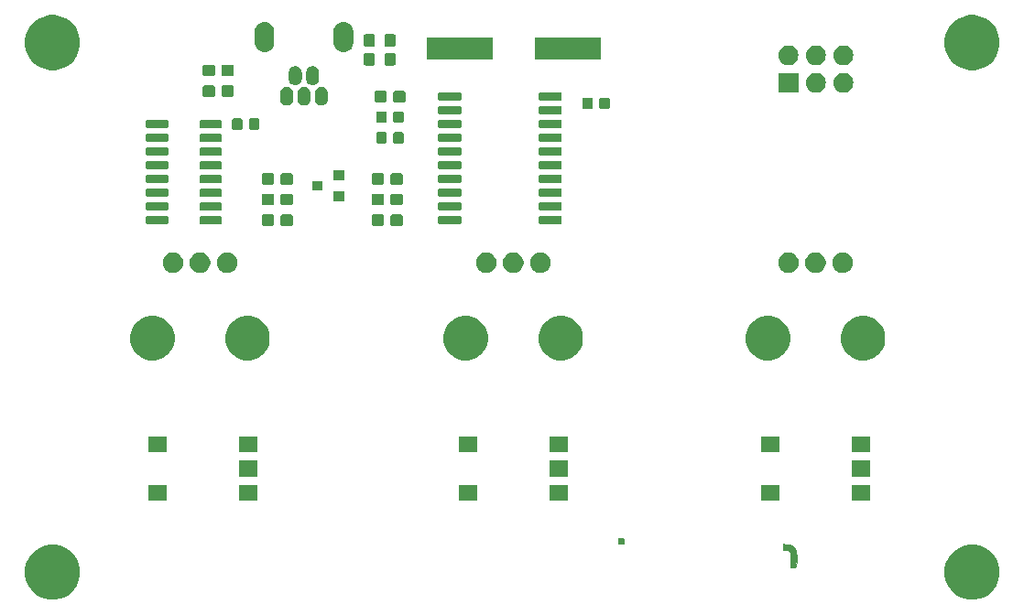
<source format=gts>
G04 #@! TF.GenerationSoftware,KiCad,Pcbnew,(5.1.2-1)-1*
G04 #@! TF.CreationDate,2019-08-25T18:33:29+09:00*
G04 #@! TF.ProjectId,mmk3,6d6d6b33-2e6b-4696-9361-645f70636258,rev?*
G04 #@! TF.SameCoordinates,Original*
G04 #@! TF.FileFunction,Soldermask,Top*
G04 #@! TF.FilePolarity,Negative*
%FSLAX46Y46*%
G04 Gerber Fmt 4.6, Leading zero omitted, Abs format (unit mm)*
G04 Created by KiCad (PCBNEW (5.1.2-1)-1) date 2019-08-25 18:33:29*
%MOMM*%
%LPD*%
G04 APERTURE LIST*
%ADD10C,0.010000*%
%ADD11C,0.100000*%
G04 APERTURE END LIST*
D10*
G36*
X159801424Y-112397059D02*
G01*
X160095150Y-112436410D01*
X160341513Y-112537298D01*
X160537718Y-112698008D01*
X160680974Y-112916821D01*
X160694099Y-112946031D01*
X160720513Y-113022211D01*
X160739738Y-113118501D01*
X160752915Y-113248191D01*
X160761188Y-113424574D01*
X160765698Y-113660941D01*
X160766817Y-113792464D01*
X160766163Y-114064408D01*
X160760611Y-114276507D01*
X160750460Y-114422928D01*
X160736008Y-114497838D01*
X160730314Y-114505892D01*
X160671010Y-114520050D01*
X160559205Y-114530349D01*
X160450489Y-114533990D01*
X160211510Y-114536344D01*
X160213255Y-113864617D01*
X160211405Y-113614034D01*
X160204912Y-113400335D01*
X160194425Y-113235783D01*
X160180593Y-113132645D01*
X160173260Y-113109148D01*
X160083132Y-113009393D01*
X159928841Y-112947102D01*
X159724993Y-112921415D01*
X159515387Y-112911851D01*
X159526959Y-112651128D01*
X159538531Y-112390406D01*
X159801424Y-112397059D01*
X159801424Y-112397059D01*
G37*
X159801424Y-112397059D02*
X160095150Y-112436410D01*
X160341513Y-112537298D01*
X160537718Y-112698008D01*
X160680974Y-112916821D01*
X160694099Y-112946031D01*
X160720513Y-113022211D01*
X160739738Y-113118501D01*
X160752915Y-113248191D01*
X160761188Y-113424574D01*
X160765698Y-113660941D01*
X160766817Y-113792464D01*
X160766163Y-114064408D01*
X160760611Y-114276507D01*
X160750460Y-114422928D01*
X160736008Y-114497838D01*
X160730314Y-114505892D01*
X160671010Y-114520050D01*
X160559205Y-114530349D01*
X160450489Y-114533990D01*
X160211510Y-114536344D01*
X160213255Y-113864617D01*
X160211405Y-113614034D01*
X160204912Y-113400335D01*
X160194425Y-113235783D01*
X160180593Y-113132645D01*
X160173260Y-113109148D01*
X160083132Y-113009393D01*
X159928841Y-112947102D01*
X159724993Y-112921415D01*
X159515387Y-112911851D01*
X159526959Y-112651128D01*
X159538531Y-112390406D01*
X159801424Y-112397059D01*
G36*
X144619859Y-111876098D02*
G01*
X144719300Y-111885325D01*
X144756221Y-111895105D01*
X144775045Y-111944713D01*
X144783831Y-112048565D01*
X144781973Y-112154106D01*
X144768650Y-112388956D01*
X144512336Y-112391092D01*
X144256021Y-112393228D01*
X144260329Y-111876226D01*
X144488737Y-111873591D01*
X144619859Y-111876098D01*
X144619859Y-111876098D01*
G37*
X144619859Y-111876098D02*
X144719300Y-111885325D01*
X144756221Y-111895105D01*
X144775045Y-111944713D01*
X144783831Y-112048565D01*
X144781973Y-112154106D01*
X144768650Y-112388956D01*
X144512336Y-112391092D01*
X144256021Y-112393228D01*
X144260329Y-111876226D01*
X144488737Y-111873591D01*
X144619859Y-111876098D01*
D11*
G36*
X177744098Y-112547033D02*
G01*
X178208350Y-112739332D01*
X178208352Y-112739333D01*
X178626168Y-113018509D01*
X178981491Y-113373832D01*
X179260667Y-113791648D01*
X179260668Y-113791650D01*
X179452967Y-114255902D01*
X179551000Y-114748747D01*
X179551000Y-115251253D01*
X179452967Y-115744098D01*
X179260668Y-116208350D01*
X179260667Y-116208352D01*
X178981491Y-116626168D01*
X178626168Y-116981491D01*
X178208352Y-117260667D01*
X178208351Y-117260668D01*
X178208350Y-117260668D01*
X177744098Y-117452967D01*
X177251253Y-117551000D01*
X176748747Y-117551000D01*
X176255902Y-117452967D01*
X175791650Y-117260668D01*
X175791649Y-117260668D01*
X175791648Y-117260667D01*
X175373832Y-116981491D01*
X175018509Y-116626168D01*
X174739333Y-116208352D01*
X174739332Y-116208350D01*
X174547033Y-115744098D01*
X174449000Y-115251253D01*
X174449000Y-114748747D01*
X174547033Y-114255902D01*
X174739332Y-113791650D01*
X174739333Y-113791648D01*
X175018509Y-113373832D01*
X175373832Y-113018509D01*
X175791648Y-112739333D01*
X175791650Y-112739332D01*
X176255902Y-112547033D01*
X176748747Y-112449000D01*
X177251253Y-112449000D01*
X177744098Y-112547033D01*
X177744098Y-112547033D01*
G37*
G36*
X92744098Y-112547033D02*
G01*
X93208350Y-112739332D01*
X93208352Y-112739333D01*
X93626168Y-113018509D01*
X93981491Y-113373832D01*
X94260667Y-113791648D01*
X94260668Y-113791650D01*
X94452967Y-114255902D01*
X94551000Y-114748747D01*
X94551000Y-115251253D01*
X94452967Y-115744098D01*
X94260668Y-116208350D01*
X94260667Y-116208352D01*
X93981491Y-116626168D01*
X93626168Y-116981491D01*
X93208352Y-117260667D01*
X93208351Y-117260668D01*
X93208350Y-117260668D01*
X92744098Y-117452967D01*
X92251253Y-117551000D01*
X91748747Y-117551000D01*
X91255902Y-117452967D01*
X90791650Y-117260668D01*
X90791649Y-117260668D01*
X90791648Y-117260667D01*
X90373832Y-116981491D01*
X90018509Y-116626168D01*
X89739333Y-116208352D01*
X89739332Y-116208350D01*
X89547033Y-115744098D01*
X89449000Y-115251253D01*
X89449000Y-114748747D01*
X89547033Y-114255902D01*
X89739332Y-113791650D01*
X89739333Y-113791648D01*
X90018509Y-113373832D01*
X90373832Y-113018509D01*
X90791648Y-112739333D01*
X90791650Y-112739332D01*
X91255902Y-112547033D01*
X91748747Y-112449000D01*
X92251253Y-112449000D01*
X92744098Y-112547033D01*
X92744098Y-112547033D01*
G37*
G36*
X167611000Y-108411000D02*
G01*
X165909000Y-108411000D01*
X165909000Y-106909000D01*
X167611000Y-106909000D01*
X167611000Y-108411000D01*
X167611000Y-108411000D01*
G37*
G36*
X159211000Y-108411000D02*
G01*
X157509000Y-108411000D01*
X157509000Y-106909000D01*
X159211000Y-106909000D01*
X159211000Y-108411000D01*
X159211000Y-108411000D01*
G37*
G36*
X139671000Y-108411000D02*
G01*
X137969000Y-108411000D01*
X137969000Y-106909000D01*
X139671000Y-106909000D01*
X139671000Y-108411000D01*
X139671000Y-108411000D01*
G37*
G36*
X131271000Y-108411000D02*
G01*
X129569000Y-108411000D01*
X129569000Y-106909000D01*
X131271000Y-106909000D01*
X131271000Y-108411000D01*
X131271000Y-108411000D01*
G37*
G36*
X110969000Y-108411000D02*
G01*
X109267000Y-108411000D01*
X109267000Y-106909000D01*
X110969000Y-106909000D01*
X110969000Y-108411000D01*
X110969000Y-108411000D01*
G37*
G36*
X102569000Y-108411000D02*
G01*
X100867000Y-108411000D01*
X100867000Y-106909000D01*
X102569000Y-106909000D01*
X102569000Y-108411000D01*
X102569000Y-108411000D01*
G37*
G36*
X167611000Y-106161000D02*
G01*
X165909000Y-106161000D01*
X165909000Y-104659000D01*
X167611000Y-104659000D01*
X167611000Y-106161000D01*
X167611000Y-106161000D01*
G37*
G36*
X139671000Y-106161000D02*
G01*
X137969000Y-106161000D01*
X137969000Y-104659000D01*
X139671000Y-104659000D01*
X139671000Y-106161000D01*
X139671000Y-106161000D01*
G37*
G36*
X110969000Y-106161000D02*
G01*
X109267000Y-106161000D01*
X109267000Y-104659000D01*
X110969000Y-104659000D01*
X110969000Y-106161000D01*
X110969000Y-106161000D01*
G37*
G36*
X139671000Y-103911000D02*
G01*
X137969000Y-103911000D01*
X137969000Y-102409000D01*
X139671000Y-102409000D01*
X139671000Y-103911000D01*
X139671000Y-103911000D01*
G37*
G36*
X102569000Y-103911000D02*
G01*
X100867000Y-103911000D01*
X100867000Y-102409000D01*
X102569000Y-102409000D01*
X102569000Y-103911000D01*
X102569000Y-103911000D01*
G37*
G36*
X110969000Y-103911000D02*
G01*
X109267000Y-103911000D01*
X109267000Y-102409000D01*
X110969000Y-102409000D01*
X110969000Y-103911000D01*
X110969000Y-103911000D01*
G37*
G36*
X167611000Y-103911000D02*
G01*
X165909000Y-103911000D01*
X165909000Y-102409000D01*
X167611000Y-102409000D01*
X167611000Y-103911000D01*
X167611000Y-103911000D01*
G37*
G36*
X131271000Y-103911000D02*
G01*
X129569000Y-103911000D01*
X129569000Y-102409000D01*
X131271000Y-102409000D01*
X131271000Y-103911000D01*
X131271000Y-103911000D01*
G37*
G36*
X159211000Y-103911000D02*
G01*
X157509000Y-103911000D01*
X157509000Y-102409000D01*
X159211000Y-102409000D01*
X159211000Y-103911000D01*
X159211000Y-103911000D01*
G37*
G36*
X167518254Y-91387818D02*
G01*
X167891511Y-91542426D01*
X167891513Y-91542427D01*
X168227436Y-91766884D01*
X168513116Y-92052564D01*
X168737574Y-92388489D01*
X168892182Y-92761746D01*
X168971000Y-93157993D01*
X168971000Y-93562007D01*
X168892182Y-93958254D01*
X168737574Y-94331511D01*
X168737573Y-94331513D01*
X168513116Y-94667436D01*
X168227436Y-94953116D01*
X167891513Y-95177573D01*
X167891512Y-95177574D01*
X167891511Y-95177574D01*
X167518254Y-95332182D01*
X167122007Y-95411000D01*
X166717993Y-95411000D01*
X166321746Y-95332182D01*
X165948489Y-95177574D01*
X165948488Y-95177574D01*
X165948487Y-95177573D01*
X165612564Y-94953116D01*
X165326884Y-94667436D01*
X165102427Y-94331513D01*
X165102426Y-94331511D01*
X164947818Y-93958254D01*
X164869000Y-93562007D01*
X164869000Y-93157993D01*
X164947818Y-92761746D01*
X165102426Y-92388489D01*
X165326884Y-92052564D01*
X165612564Y-91766884D01*
X165948487Y-91542427D01*
X165948489Y-91542426D01*
X166321746Y-91387818D01*
X166717993Y-91309000D01*
X167122007Y-91309000D01*
X167518254Y-91387818D01*
X167518254Y-91387818D01*
G37*
G36*
X139578254Y-91387818D02*
G01*
X139951511Y-91542426D01*
X139951513Y-91542427D01*
X140287436Y-91766884D01*
X140573116Y-92052564D01*
X140797574Y-92388489D01*
X140952182Y-92761746D01*
X141031000Y-93157993D01*
X141031000Y-93562007D01*
X140952182Y-93958254D01*
X140797574Y-94331511D01*
X140797573Y-94331513D01*
X140573116Y-94667436D01*
X140287436Y-94953116D01*
X139951513Y-95177573D01*
X139951512Y-95177574D01*
X139951511Y-95177574D01*
X139578254Y-95332182D01*
X139182007Y-95411000D01*
X138777993Y-95411000D01*
X138381746Y-95332182D01*
X138008489Y-95177574D01*
X138008488Y-95177574D01*
X138008487Y-95177573D01*
X137672564Y-94953116D01*
X137386884Y-94667436D01*
X137162427Y-94331513D01*
X137162426Y-94331511D01*
X137007818Y-93958254D01*
X136929000Y-93562007D01*
X136929000Y-93157993D01*
X137007818Y-92761746D01*
X137162426Y-92388489D01*
X137386884Y-92052564D01*
X137672564Y-91766884D01*
X138008487Y-91542427D01*
X138008489Y-91542426D01*
X138381746Y-91387818D01*
X138777993Y-91309000D01*
X139182007Y-91309000D01*
X139578254Y-91387818D01*
X139578254Y-91387818D01*
G37*
G36*
X110622254Y-91387818D02*
G01*
X110995511Y-91542426D01*
X110995513Y-91542427D01*
X111331436Y-91766884D01*
X111617116Y-92052564D01*
X111841574Y-92388489D01*
X111996182Y-92761746D01*
X112075000Y-93157993D01*
X112075000Y-93562007D01*
X111996182Y-93958254D01*
X111841574Y-94331511D01*
X111841573Y-94331513D01*
X111617116Y-94667436D01*
X111331436Y-94953116D01*
X110995513Y-95177573D01*
X110995512Y-95177574D01*
X110995511Y-95177574D01*
X110622254Y-95332182D01*
X110226007Y-95411000D01*
X109821993Y-95411000D01*
X109425746Y-95332182D01*
X109052489Y-95177574D01*
X109052488Y-95177574D01*
X109052487Y-95177573D01*
X108716564Y-94953116D01*
X108430884Y-94667436D01*
X108206427Y-94331513D01*
X108206426Y-94331511D01*
X108051818Y-93958254D01*
X107973000Y-93562007D01*
X107973000Y-93157993D01*
X108051818Y-92761746D01*
X108206426Y-92388489D01*
X108430884Y-92052564D01*
X108716564Y-91766884D01*
X109052487Y-91542427D01*
X109052489Y-91542426D01*
X109425746Y-91387818D01*
X109821993Y-91309000D01*
X110226007Y-91309000D01*
X110622254Y-91387818D01*
X110622254Y-91387818D01*
G37*
G36*
X101822254Y-91387818D02*
G01*
X102195511Y-91542426D01*
X102195513Y-91542427D01*
X102531436Y-91766884D01*
X102817116Y-92052564D01*
X103041574Y-92388489D01*
X103196182Y-92761746D01*
X103275000Y-93157993D01*
X103275000Y-93562007D01*
X103196182Y-93958254D01*
X103041574Y-94331511D01*
X103041573Y-94331513D01*
X102817116Y-94667436D01*
X102531436Y-94953116D01*
X102195513Y-95177573D01*
X102195512Y-95177574D01*
X102195511Y-95177574D01*
X101822254Y-95332182D01*
X101426007Y-95411000D01*
X101021993Y-95411000D01*
X100625746Y-95332182D01*
X100252489Y-95177574D01*
X100252488Y-95177574D01*
X100252487Y-95177573D01*
X99916564Y-94953116D01*
X99630884Y-94667436D01*
X99406427Y-94331513D01*
X99406426Y-94331511D01*
X99251818Y-93958254D01*
X99173000Y-93562007D01*
X99173000Y-93157993D01*
X99251818Y-92761746D01*
X99406426Y-92388489D01*
X99630884Y-92052564D01*
X99916564Y-91766884D01*
X100252487Y-91542427D01*
X100252489Y-91542426D01*
X100625746Y-91387818D01*
X101021993Y-91309000D01*
X101426007Y-91309000D01*
X101822254Y-91387818D01*
X101822254Y-91387818D01*
G37*
G36*
X130778254Y-91387818D02*
G01*
X131151511Y-91542426D01*
X131151513Y-91542427D01*
X131487436Y-91766884D01*
X131773116Y-92052564D01*
X131997574Y-92388489D01*
X132152182Y-92761746D01*
X132231000Y-93157993D01*
X132231000Y-93562007D01*
X132152182Y-93958254D01*
X131997574Y-94331511D01*
X131997573Y-94331513D01*
X131773116Y-94667436D01*
X131487436Y-94953116D01*
X131151513Y-95177573D01*
X131151512Y-95177574D01*
X131151511Y-95177574D01*
X130778254Y-95332182D01*
X130382007Y-95411000D01*
X129977993Y-95411000D01*
X129581746Y-95332182D01*
X129208489Y-95177574D01*
X129208488Y-95177574D01*
X129208487Y-95177573D01*
X128872564Y-94953116D01*
X128586884Y-94667436D01*
X128362427Y-94331513D01*
X128362426Y-94331511D01*
X128207818Y-93958254D01*
X128129000Y-93562007D01*
X128129000Y-93157993D01*
X128207818Y-92761746D01*
X128362426Y-92388489D01*
X128586884Y-92052564D01*
X128872564Y-91766884D01*
X129208487Y-91542427D01*
X129208489Y-91542426D01*
X129581746Y-91387818D01*
X129977993Y-91309000D01*
X130382007Y-91309000D01*
X130778254Y-91387818D01*
X130778254Y-91387818D01*
G37*
G36*
X158718254Y-91387818D02*
G01*
X159091511Y-91542426D01*
X159091513Y-91542427D01*
X159427436Y-91766884D01*
X159713116Y-92052564D01*
X159937574Y-92388489D01*
X160092182Y-92761746D01*
X160171000Y-93157993D01*
X160171000Y-93562007D01*
X160092182Y-93958254D01*
X159937574Y-94331511D01*
X159937573Y-94331513D01*
X159713116Y-94667436D01*
X159427436Y-94953116D01*
X159091513Y-95177573D01*
X159091512Y-95177574D01*
X159091511Y-95177574D01*
X158718254Y-95332182D01*
X158322007Y-95411000D01*
X157917993Y-95411000D01*
X157521746Y-95332182D01*
X157148489Y-95177574D01*
X157148488Y-95177574D01*
X157148487Y-95177573D01*
X156812564Y-94953116D01*
X156526884Y-94667436D01*
X156302427Y-94331513D01*
X156302426Y-94331511D01*
X156147818Y-93958254D01*
X156069000Y-93562007D01*
X156069000Y-93157993D01*
X156147818Y-92761746D01*
X156302426Y-92388489D01*
X156526884Y-92052564D01*
X156812564Y-91766884D01*
X157148487Y-91542427D01*
X157148489Y-91542426D01*
X157521746Y-91387818D01*
X157917993Y-91309000D01*
X158322007Y-91309000D01*
X158718254Y-91387818D01*
X158718254Y-91387818D01*
G37*
G36*
X108401395Y-85445546D02*
G01*
X108574466Y-85517234D01*
X108574467Y-85517235D01*
X108730227Y-85621310D01*
X108862690Y-85753773D01*
X108862691Y-85753775D01*
X108966766Y-85909534D01*
X109038454Y-86082605D01*
X109075000Y-86266333D01*
X109075000Y-86453667D01*
X109038454Y-86637395D01*
X108966766Y-86810466D01*
X108966765Y-86810467D01*
X108862690Y-86966227D01*
X108730227Y-87098690D01*
X108651818Y-87151081D01*
X108574466Y-87202766D01*
X108401395Y-87274454D01*
X108217667Y-87311000D01*
X108030333Y-87311000D01*
X107846605Y-87274454D01*
X107673534Y-87202766D01*
X107596182Y-87151081D01*
X107517773Y-87098690D01*
X107385310Y-86966227D01*
X107281235Y-86810467D01*
X107281234Y-86810466D01*
X107209546Y-86637395D01*
X107173000Y-86453667D01*
X107173000Y-86266333D01*
X107209546Y-86082605D01*
X107281234Y-85909534D01*
X107385309Y-85753775D01*
X107385310Y-85753773D01*
X107517773Y-85621310D01*
X107673533Y-85517235D01*
X107673534Y-85517234D01*
X107846605Y-85445546D01*
X108030333Y-85409000D01*
X108217667Y-85409000D01*
X108401395Y-85445546D01*
X108401395Y-85445546D01*
G37*
G36*
X165297395Y-85445546D02*
G01*
X165470466Y-85517234D01*
X165470467Y-85517235D01*
X165626227Y-85621310D01*
X165758690Y-85753773D01*
X165758691Y-85753775D01*
X165862766Y-85909534D01*
X165934454Y-86082605D01*
X165971000Y-86266333D01*
X165971000Y-86453667D01*
X165934454Y-86637395D01*
X165862766Y-86810466D01*
X165862765Y-86810467D01*
X165758690Y-86966227D01*
X165626227Y-87098690D01*
X165547818Y-87151081D01*
X165470466Y-87202766D01*
X165297395Y-87274454D01*
X165113667Y-87311000D01*
X164926333Y-87311000D01*
X164742605Y-87274454D01*
X164569534Y-87202766D01*
X164492182Y-87151081D01*
X164413773Y-87098690D01*
X164281310Y-86966227D01*
X164177235Y-86810467D01*
X164177234Y-86810466D01*
X164105546Y-86637395D01*
X164069000Y-86453667D01*
X164069000Y-86266333D01*
X164105546Y-86082605D01*
X164177234Y-85909534D01*
X164281309Y-85753775D01*
X164281310Y-85753773D01*
X164413773Y-85621310D01*
X164569533Y-85517235D01*
X164569534Y-85517234D01*
X164742605Y-85445546D01*
X164926333Y-85409000D01*
X165113667Y-85409000D01*
X165297395Y-85445546D01*
X165297395Y-85445546D01*
G37*
G36*
X105901395Y-85445546D02*
G01*
X106074466Y-85517234D01*
X106074467Y-85517235D01*
X106230227Y-85621310D01*
X106362690Y-85753773D01*
X106362691Y-85753775D01*
X106466766Y-85909534D01*
X106538454Y-86082605D01*
X106575000Y-86266333D01*
X106575000Y-86453667D01*
X106538454Y-86637395D01*
X106466766Y-86810466D01*
X106466765Y-86810467D01*
X106362690Y-86966227D01*
X106230227Y-87098690D01*
X106151818Y-87151081D01*
X106074466Y-87202766D01*
X105901395Y-87274454D01*
X105717667Y-87311000D01*
X105530333Y-87311000D01*
X105346605Y-87274454D01*
X105173534Y-87202766D01*
X105096182Y-87151081D01*
X105017773Y-87098690D01*
X104885310Y-86966227D01*
X104781235Y-86810467D01*
X104781234Y-86810466D01*
X104709546Y-86637395D01*
X104673000Y-86453667D01*
X104673000Y-86266333D01*
X104709546Y-86082605D01*
X104781234Y-85909534D01*
X104885309Y-85753775D01*
X104885310Y-85753773D01*
X105017773Y-85621310D01*
X105173533Y-85517235D01*
X105173534Y-85517234D01*
X105346605Y-85445546D01*
X105530333Y-85409000D01*
X105717667Y-85409000D01*
X105901395Y-85445546D01*
X105901395Y-85445546D01*
G37*
G36*
X103401395Y-85445546D02*
G01*
X103574466Y-85517234D01*
X103574467Y-85517235D01*
X103730227Y-85621310D01*
X103862690Y-85753773D01*
X103862691Y-85753775D01*
X103966766Y-85909534D01*
X104038454Y-86082605D01*
X104075000Y-86266333D01*
X104075000Y-86453667D01*
X104038454Y-86637395D01*
X103966766Y-86810466D01*
X103966765Y-86810467D01*
X103862690Y-86966227D01*
X103730227Y-87098690D01*
X103651818Y-87151081D01*
X103574466Y-87202766D01*
X103401395Y-87274454D01*
X103217667Y-87311000D01*
X103030333Y-87311000D01*
X102846605Y-87274454D01*
X102673534Y-87202766D01*
X102596182Y-87151081D01*
X102517773Y-87098690D01*
X102385310Y-86966227D01*
X102281235Y-86810467D01*
X102281234Y-86810466D01*
X102209546Y-86637395D01*
X102173000Y-86453667D01*
X102173000Y-86266333D01*
X102209546Y-86082605D01*
X102281234Y-85909534D01*
X102385309Y-85753775D01*
X102385310Y-85753773D01*
X102517773Y-85621310D01*
X102673533Y-85517235D01*
X102673534Y-85517234D01*
X102846605Y-85445546D01*
X103030333Y-85409000D01*
X103217667Y-85409000D01*
X103401395Y-85445546D01*
X103401395Y-85445546D01*
G37*
G36*
X162797395Y-85445546D02*
G01*
X162970466Y-85517234D01*
X162970467Y-85517235D01*
X163126227Y-85621310D01*
X163258690Y-85753773D01*
X163258691Y-85753775D01*
X163362766Y-85909534D01*
X163434454Y-86082605D01*
X163471000Y-86266333D01*
X163471000Y-86453667D01*
X163434454Y-86637395D01*
X163362766Y-86810466D01*
X163362765Y-86810467D01*
X163258690Y-86966227D01*
X163126227Y-87098690D01*
X163047818Y-87151081D01*
X162970466Y-87202766D01*
X162797395Y-87274454D01*
X162613667Y-87311000D01*
X162426333Y-87311000D01*
X162242605Y-87274454D01*
X162069534Y-87202766D01*
X161992182Y-87151081D01*
X161913773Y-87098690D01*
X161781310Y-86966227D01*
X161677235Y-86810467D01*
X161677234Y-86810466D01*
X161605546Y-86637395D01*
X161569000Y-86453667D01*
X161569000Y-86266333D01*
X161605546Y-86082605D01*
X161677234Y-85909534D01*
X161781309Y-85753775D01*
X161781310Y-85753773D01*
X161913773Y-85621310D01*
X162069533Y-85517235D01*
X162069534Y-85517234D01*
X162242605Y-85445546D01*
X162426333Y-85409000D01*
X162613667Y-85409000D01*
X162797395Y-85445546D01*
X162797395Y-85445546D01*
G37*
G36*
X160297395Y-85445546D02*
G01*
X160470466Y-85517234D01*
X160470467Y-85517235D01*
X160626227Y-85621310D01*
X160758690Y-85753773D01*
X160758691Y-85753775D01*
X160862766Y-85909534D01*
X160934454Y-86082605D01*
X160971000Y-86266333D01*
X160971000Y-86453667D01*
X160934454Y-86637395D01*
X160862766Y-86810466D01*
X160862765Y-86810467D01*
X160758690Y-86966227D01*
X160626227Y-87098690D01*
X160547818Y-87151081D01*
X160470466Y-87202766D01*
X160297395Y-87274454D01*
X160113667Y-87311000D01*
X159926333Y-87311000D01*
X159742605Y-87274454D01*
X159569534Y-87202766D01*
X159492182Y-87151081D01*
X159413773Y-87098690D01*
X159281310Y-86966227D01*
X159177235Y-86810467D01*
X159177234Y-86810466D01*
X159105546Y-86637395D01*
X159069000Y-86453667D01*
X159069000Y-86266333D01*
X159105546Y-86082605D01*
X159177234Y-85909534D01*
X159281309Y-85753775D01*
X159281310Y-85753773D01*
X159413773Y-85621310D01*
X159569533Y-85517235D01*
X159569534Y-85517234D01*
X159742605Y-85445546D01*
X159926333Y-85409000D01*
X160113667Y-85409000D01*
X160297395Y-85445546D01*
X160297395Y-85445546D01*
G37*
G36*
X137357395Y-85445546D02*
G01*
X137530466Y-85517234D01*
X137530467Y-85517235D01*
X137686227Y-85621310D01*
X137818690Y-85753773D01*
X137818691Y-85753775D01*
X137922766Y-85909534D01*
X137994454Y-86082605D01*
X138031000Y-86266333D01*
X138031000Y-86453667D01*
X137994454Y-86637395D01*
X137922766Y-86810466D01*
X137922765Y-86810467D01*
X137818690Y-86966227D01*
X137686227Y-87098690D01*
X137607818Y-87151081D01*
X137530466Y-87202766D01*
X137357395Y-87274454D01*
X137173667Y-87311000D01*
X136986333Y-87311000D01*
X136802605Y-87274454D01*
X136629534Y-87202766D01*
X136552182Y-87151081D01*
X136473773Y-87098690D01*
X136341310Y-86966227D01*
X136237235Y-86810467D01*
X136237234Y-86810466D01*
X136165546Y-86637395D01*
X136129000Y-86453667D01*
X136129000Y-86266333D01*
X136165546Y-86082605D01*
X136237234Y-85909534D01*
X136341309Y-85753775D01*
X136341310Y-85753773D01*
X136473773Y-85621310D01*
X136629533Y-85517235D01*
X136629534Y-85517234D01*
X136802605Y-85445546D01*
X136986333Y-85409000D01*
X137173667Y-85409000D01*
X137357395Y-85445546D01*
X137357395Y-85445546D01*
G37*
G36*
X134857395Y-85445546D02*
G01*
X135030466Y-85517234D01*
X135030467Y-85517235D01*
X135186227Y-85621310D01*
X135318690Y-85753773D01*
X135318691Y-85753775D01*
X135422766Y-85909534D01*
X135494454Y-86082605D01*
X135531000Y-86266333D01*
X135531000Y-86453667D01*
X135494454Y-86637395D01*
X135422766Y-86810466D01*
X135422765Y-86810467D01*
X135318690Y-86966227D01*
X135186227Y-87098690D01*
X135107818Y-87151081D01*
X135030466Y-87202766D01*
X134857395Y-87274454D01*
X134673667Y-87311000D01*
X134486333Y-87311000D01*
X134302605Y-87274454D01*
X134129534Y-87202766D01*
X134052182Y-87151081D01*
X133973773Y-87098690D01*
X133841310Y-86966227D01*
X133737235Y-86810467D01*
X133737234Y-86810466D01*
X133665546Y-86637395D01*
X133629000Y-86453667D01*
X133629000Y-86266333D01*
X133665546Y-86082605D01*
X133737234Y-85909534D01*
X133841309Y-85753775D01*
X133841310Y-85753773D01*
X133973773Y-85621310D01*
X134129533Y-85517235D01*
X134129534Y-85517234D01*
X134302605Y-85445546D01*
X134486333Y-85409000D01*
X134673667Y-85409000D01*
X134857395Y-85445546D01*
X134857395Y-85445546D01*
G37*
G36*
X132357395Y-85445546D02*
G01*
X132530466Y-85517234D01*
X132530467Y-85517235D01*
X132686227Y-85621310D01*
X132818690Y-85753773D01*
X132818691Y-85753775D01*
X132922766Y-85909534D01*
X132994454Y-86082605D01*
X133031000Y-86266333D01*
X133031000Y-86453667D01*
X132994454Y-86637395D01*
X132922766Y-86810466D01*
X132922765Y-86810467D01*
X132818690Y-86966227D01*
X132686227Y-87098690D01*
X132607818Y-87151081D01*
X132530466Y-87202766D01*
X132357395Y-87274454D01*
X132173667Y-87311000D01*
X131986333Y-87311000D01*
X131802605Y-87274454D01*
X131629534Y-87202766D01*
X131552182Y-87151081D01*
X131473773Y-87098690D01*
X131341310Y-86966227D01*
X131237235Y-86810467D01*
X131237234Y-86810466D01*
X131165546Y-86637395D01*
X131129000Y-86453667D01*
X131129000Y-86266333D01*
X131165546Y-86082605D01*
X131237234Y-85909534D01*
X131341309Y-85753775D01*
X131341310Y-85753773D01*
X131473773Y-85621310D01*
X131629533Y-85517235D01*
X131629534Y-85517234D01*
X131802605Y-85445546D01*
X131986333Y-85409000D01*
X132173667Y-85409000D01*
X132357395Y-85445546D01*
X132357395Y-85445546D01*
G37*
G36*
X112315499Y-81901445D02*
G01*
X112352995Y-81912820D01*
X112387554Y-81931292D01*
X112417847Y-81956153D01*
X112442708Y-81986446D01*
X112461180Y-82021005D01*
X112472555Y-82058501D01*
X112477000Y-82103638D01*
X112477000Y-82742362D01*
X112472555Y-82787499D01*
X112461180Y-82824995D01*
X112442708Y-82859554D01*
X112417847Y-82889847D01*
X112387554Y-82914708D01*
X112352995Y-82933180D01*
X112315499Y-82944555D01*
X112270362Y-82949000D01*
X111531638Y-82949000D01*
X111486501Y-82944555D01*
X111449005Y-82933180D01*
X111414446Y-82914708D01*
X111384153Y-82889847D01*
X111359292Y-82859554D01*
X111340820Y-82824995D01*
X111329445Y-82787499D01*
X111325000Y-82742362D01*
X111325000Y-82103638D01*
X111329445Y-82058501D01*
X111340820Y-82021005D01*
X111359292Y-81986446D01*
X111384153Y-81956153D01*
X111414446Y-81931292D01*
X111449005Y-81912820D01*
X111486501Y-81901445D01*
X111531638Y-81897000D01*
X112270362Y-81897000D01*
X112315499Y-81901445D01*
X112315499Y-81901445D01*
G37*
G36*
X122475499Y-81901445D02*
G01*
X122512995Y-81912820D01*
X122547554Y-81931292D01*
X122577847Y-81956153D01*
X122602708Y-81986446D01*
X122621180Y-82021005D01*
X122632555Y-82058501D01*
X122637000Y-82103638D01*
X122637000Y-82742362D01*
X122632555Y-82787499D01*
X122621180Y-82824995D01*
X122602708Y-82859554D01*
X122577847Y-82889847D01*
X122547554Y-82914708D01*
X122512995Y-82933180D01*
X122475499Y-82944555D01*
X122430362Y-82949000D01*
X121691638Y-82949000D01*
X121646501Y-82944555D01*
X121609005Y-82933180D01*
X121574446Y-82914708D01*
X121544153Y-82889847D01*
X121519292Y-82859554D01*
X121500820Y-82824995D01*
X121489445Y-82787499D01*
X121485000Y-82742362D01*
X121485000Y-82103638D01*
X121489445Y-82058501D01*
X121500820Y-82021005D01*
X121519292Y-81986446D01*
X121544153Y-81956153D01*
X121574446Y-81931292D01*
X121609005Y-81912820D01*
X121646501Y-81901445D01*
X121691638Y-81897000D01*
X122430362Y-81897000D01*
X122475499Y-81901445D01*
X122475499Y-81901445D01*
G37*
G36*
X124225499Y-81901445D02*
G01*
X124262995Y-81912820D01*
X124297554Y-81931292D01*
X124327847Y-81956153D01*
X124352708Y-81986446D01*
X124371180Y-82021005D01*
X124382555Y-82058501D01*
X124387000Y-82103638D01*
X124387000Y-82742362D01*
X124382555Y-82787499D01*
X124371180Y-82824995D01*
X124352708Y-82859554D01*
X124327847Y-82889847D01*
X124297554Y-82914708D01*
X124262995Y-82933180D01*
X124225499Y-82944555D01*
X124180362Y-82949000D01*
X123441638Y-82949000D01*
X123396501Y-82944555D01*
X123359005Y-82933180D01*
X123324446Y-82914708D01*
X123294153Y-82889847D01*
X123269292Y-82859554D01*
X123250820Y-82824995D01*
X123239445Y-82787499D01*
X123235000Y-82742362D01*
X123235000Y-82103638D01*
X123239445Y-82058501D01*
X123250820Y-82021005D01*
X123269292Y-81986446D01*
X123294153Y-81956153D01*
X123324446Y-81931292D01*
X123359005Y-81912820D01*
X123396501Y-81901445D01*
X123441638Y-81897000D01*
X124180362Y-81897000D01*
X124225499Y-81901445D01*
X124225499Y-81901445D01*
G37*
G36*
X114065499Y-81901445D02*
G01*
X114102995Y-81912820D01*
X114137554Y-81931292D01*
X114167847Y-81956153D01*
X114192708Y-81986446D01*
X114211180Y-82021005D01*
X114222555Y-82058501D01*
X114227000Y-82103638D01*
X114227000Y-82742362D01*
X114222555Y-82787499D01*
X114211180Y-82824995D01*
X114192708Y-82859554D01*
X114167847Y-82889847D01*
X114137554Y-82914708D01*
X114102995Y-82933180D01*
X114065499Y-82944555D01*
X114020362Y-82949000D01*
X113281638Y-82949000D01*
X113236501Y-82944555D01*
X113199005Y-82933180D01*
X113164446Y-82914708D01*
X113134153Y-82889847D01*
X113109292Y-82859554D01*
X113090820Y-82824995D01*
X113079445Y-82787499D01*
X113075000Y-82742362D01*
X113075000Y-82103638D01*
X113079445Y-82058501D01*
X113090820Y-82021005D01*
X113109292Y-81986446D01*
X113134153Y-81956153D01*
X113164446Y-81931292D01*
X113199005Y-81912820D01*
X113236501Y-81901445D01*
X113281638Y-81897000D01*
X114020362Y-81897000D01*
X114065499Y-81901445D01*
X114065499Y-81901445D01*
G37*
G36*
X138984928Y-82074764D02*
G01*
X139006009Y-82081160D01*
X139025445Y-82091548D01*
X139042476Y-82105524D01*
X139056452Y-82122555D01*
X139066840Y-82141991D01*
X139073236Y-82163072D01*
X139076000Y-82191140D01*
X139076000Y-82654860D01*
X139073236Y-82682928D01*
X139066840Y-82704009D01*
X139056452Y-82723445D01*
X139042476Y-82740476D01*
X139025445Y-82754452D01*
X139006009Y-82764840D01*
X138984928Y-82771236D01*
X138956860Y-82774000D01*
X137043140Y-82774000D01*
X137015072Y-82771236D01*
X136993991Y-82764840D01*
X136974555Y-82754452D01*
X136957524Y-82740476D01*
X136943548Y-82723445D01*
X136933160Y-82704009D01*
X136926764Y-82682928D01*
X136924000Y-82654860D01*
X136924000Y-82191140D01*
X136926764Y-82163072D01*
X136933160Y-82141991D01*
X136943548Y-82122555D01*
X136957524Y-82105524D01*
X136974555Y-82091548D01*
X136993991Y-82081160D01*
X137015072Y-82074764D01*
X137043140Y-82072000D01*
X138956860Y-82072000D01*
X138984928Y-82074764D01*
X138984928Y-82074764D01*
G37*
G36*
X129684928Y-82074764D02*
G01*
X129706009Y-82081160D01*
X129725445Y-82091548D01*
X129742476Y-82105524D01*
X129756452Y-82122555D01*
X129766840Y-82141991D01*
X129773236Y-82163072D01*
X129776000Y-82191140D01*
X129776000Y-82654860D01*
X129773236Y-82682928D01*
X129766840Y-82704009D01*
X129756452Y-82723445D01*
X129742476Y-82740476D01*
X129725445Y-82754452D01*
X129706009Y-82764840D01*
X129684928Y-82771236D01*
X129656860Y-82774000D01*
X127743140Y-82774000D01*
X127715072Y-82771236D01*
X127693991Y-82764840D01*
X127674555Y-82754452D01*
X127657524Y-82740476D01*
X127643548Y-82723445D01*
X127633160Y-82704009D01*
X127626764Y-82682928D01*
X127624000Y-82654860D01*
X127624000Y-82191140D01*
X127626764Y-82163072D01*
X127633160Y-82141991D01*
X127643548Y-82122555D01*
X127657524Y-82105524D01*
X127674555Y-82091548D01*
X127693991Y-82081160D01*
X127715072Y-82074764D01*
X127743140Y-82072000D01*
X129656860Y-82072000D01*
X129684928Y-82074764D01*
X129684928Y-82074764D01*
G37*
G36*
X102599928Y-82074764D02*
G01*
X102621009Y-82081160D01*
X102640445Y-82091548D01*
X102657476Y-82105524D01*
X102671452Y-82122555D01*
X102681840Y-82141991D01*
X102688236Y-82163072D01*
X102691000Y-82191140D01*
X102691000Y-82654860D01*
X102688236Y-82682928D01*
X102681840Y-82704009D01*
X102671452Y-82723445D01*
X102657476Y-82740476D01*
X102640445Y-82754452D01*
X102621009Y-82764840D01*
X102599928Y-82771236D01*
X102571860Y-82774000D01*
X100758140Y-82774000D01*
X100730072Y-82771236D01*
X100708991Y-82764840D01*
X100689555Y-82754452D01*
X100672524Y-82740476D01*
X100658548Y-82723445D01*
X100648160Y-82704009D01*
X100641764Y-82682928D01*
X100639000Y-82654860D01*
X100639000Y-82191140D01*
X100641764Y-82163072D01*
X100648160Y-82141991D01*
X100658548Y-82122555D01*
X100672524Y-82105524D01*
X100689555Y-82091548D01*
X100708991Y-82081160D01*
X100730072Y-82074764D01*
X100758140Y-82072000D01*
X102571860Y-82072000D01*
X102599928Y-82074764D01*
X102599928Y-82074764D01*
G37*
G36*
X107549928Y-82074764D02*
G01*
X107571009Y-82081160D01*
X107590445Y-82091548D01*
X107607476Y-82105524D01*
X107621452Y-82122555D01*
X107631840Y-82141991D01*
X107638236Y-82163072D01*
X107641000Y-82191140D01*
X107641000Y-82654860D01*
X107638236Y-82682928D01*
X107631840Y-82704009D01*
X107621452Y-82723445D01*
X107607476Y-82740476D01*
X107590445Y-82754452D01*
X107571009Y-82764840D01*
X107549928Y-82771236D01*
X107521860Y-82774000D01*
X105708140Y-82774000D01*
X105680072Y-82771236D01*
X105658991Y-82764840D01*
X105639555Y-82754452D01*
X105622524Y-82740476D01*
X105608548Y-82723445D01*
X105598160Y-82704009D01*
X105591764Y-82682928D01*
X105589000Y-82654860D01*
X105589000Y-82191140D01*
X105591764Y-82163072D01*
X105598160Y-82141991D01*
X105608548Y-82122555D01*
X105622524Y-82105524D01*
X105639555Y-82091548D01*
X105658991Y-82081160D01*
X105680072Y-82074764D01*
X105708140Y-82072000D01*
X107521860Y-82072000D01*
X107549928Y-82074764D01*
X107549928Y-82074764D01*
G37*
G36*
X129684928Y-80804764D02*
G01*
X129706009Y-80811160D01*
X129725445Y-80821548D01*
X129742476Y-80835524D01*
X129756452Y-80852555D01*
X129766840Y-80871991D01*
X129773236Y-80893072D01*
X129776000Y-80921140D01*
X129776000Y-81384860D01*
X129773236Y-81412928D01*
X129766840Y-81434009D01*
X129756452Y-81453445D01*
X129742476Y-81470476D01*
X129725445Y-81484452D01*
X129706009Y-81494840D01*
X129684928Y-81501236D01*
X129656860Y-81504000D01*
X127743140Y-81504000D01*
X127715072Y-81501236D01*
X127693991Y-81494840D01*
X127674555Y-81484452D01*
X127657524Y-81470476D01*
X127643548Y-81453445D01*
X127633160Y-81434009D01*
X127626764Y-81412928D01*
X127624000Y-81384860D01*
X127624000Y-80921140D01*
X127626764Y-80893072D01*
X127633160Y-80871991D01*
X127643548Y-80852555D01*
X127657524Y-80835524D01*
X127674555Y-80821548D01*
X127693991Y-80811160D01*
X127715072Y-80804764D01*
X127743140Y-80802000D01*
X129656860Y-80802000D01*
X129684928Y-80804764D01*
X129684928Y-80804764D01*
G37*
G36*
X107549928Y-80804764D02*
G01*
X107571009Y-80811160D01*
X107590445Y-80821548D01*
X107607476Y-80835524D01*
X107621452Y-80852555D01*
X107631840Y-80871991D01*
X107638236Y-80893072D01*
X107641000Y-80921140D01*
X107641000Y-81384860D01*
X107638236Y-81412928D01*
X107631840Y-81434009D01*
X107621452Y-81453445D01*
X107607476Y-81470476D01*
X107590445Y-81484452D01*
X107571009Y-81494840D01*
X107549928Y-81501236D01*
X107521860Y-81504000D01*
X105708140Y-81504000D01*
X105680072Y-81501236D01*
X105658991Y-81494840D01*
X105639555Y-81484452D01*
X105622524Y-81470476D01*
X105608548Y-81453445D01*
X105598160Y-81434009D01*
X105591764Y-81412928D01*
X105589000Y-81384860D01*
X105589000Y-80921140D01*
X105591764Y-80893072D01*
X105598160Y-80871991D01*
X105608548Y-80852555D01*
X105622524Y-80835524D01*
X105639555Y-80821548D01*
X105658991Y-80811160D01*
X105680072Y-80804764D01*
X105708140Y-80802000D01*
X107521860Y-80802000D01*
X107549928Y-80804764D01*
X107549928Y-80804764D01*
G37*
G36*
X102599928Y-80804764D02*
G01*
X102621009Y-80811160D01*
X102640445Y-80821548D01*
X102657476Y-80835524D01*
X102671452Y-80852555D01*
X102681840Y-80871991D01*
X102688236Y-80893072D01*
X102691000Y-80921140D01*
X102691000Y-81384860D01*
X102688236Y-81412928D01*
X102681840Y-81434009D01*
X102671452Y-81453445D01*
X102657476Y-81470476D01*
X102640445Y-81484452D01*
X102621009Y-81494840D01*
X102599928Y-81501236D01*
X102571860Y-81504000D01*
X100758140Y-81504000D01*
X100730072Y-81501236D01*
X100708991Y-81494840D01*
X100689555Y-81484452D01*
X100672524Y-81470476D01*
X100658548Y-81453445D01*
X100648160Y-81434009D01*
X100641764Y-81412928D01*
X100639000Y-81384860D01*
X100639000Y-80921140D01*
X100641764Y-80893072D01*
X100648160Y-80871991D01*
X100658548Y-80852555D01*
X100672524Y-80835524D01*
X100689555Y-80821548D01*
X100708991Y-80811160D01*
X100730072Y-80804764D01*
X100758140Y-80802000D01*
X102571860Y-80802000D01*
X102599928Y-80804764D01*
X102599928Y-80804764D01*
G37*
G36*
X138984928Y-80804764D02*
G01*
X139006009Y-80811160D01*
X139025445Y-80821548D01*
X139042476Y-80835524D01*
X139056452Y-80852555D01*
X139066840Y-80871991D01*
X139073236Y-80893072D01*
X139076000Y-80921140D01*
X139076000Y-81384860D01*
X139073236Y-81412928D01*
X139066840Y-81434009D01*
X139056452Y-81453445D01*
X139042476Y-81470476D01*
X139025445Y-81484452D01*
X139006009Y-81494840D01*
X138984928Y-81501236D01*
X138956860Y-81504000D01*
X137043140Y-81504000D01*
X137015072Y-81501236D01*
X136993991Y-81494840D01*
X136974555Y-81484452D01*
X136957524Y-81470476D01*
X136943548Y-81453445D01*
X136933160Y-81434009D01*
X136926764Y-81412928D01*
X136924000Y-81384860D01*
X136924000Y-80921140D01*
X136926764Y-80893072D01*
X136933160Y-80871991D01*
X136943548Y-80852555D01*
X136957524Y-80835524D01*
X136974555Y-80821548D01*
X136993991Y-80811160D01*
X137015072Y-80804764D01*
X137043140Y-80802000D01*
X138956860Y-80802000D01*
X138984928Y-80804764D01*
X138984928Y-80804764D01*
G37*
G36*
X112315499Y-79996445D02*
G01*
X112352995Y-80007820D01*
X112387554Y-80026292D01*
X112417847Y-80051153D01*
X112442708Y-80081446D01*
X112461180Y-80116005D01*
X112472555Y-80153501D01*
X112477000Y-80198638D01*
X112477000Y-80837362D01*
X112472555Y-80882499D01*
X112461180Y-80919995D01*
X112442708Y-80954554D01*
X112417847Y-80984847D01*
X112387554Y-81009708D01*
X112352995Y-81028180D01*
X112315499Y-81039555D01*
X112270362Y-81044000D01*
X111531638Y-81044000D01*
X111486501Y-81039555D01*
X111449005Y-81028180D01*
X111414446Y-81009708D01*
X111384153Y-80984847D01*
X111359292Y-80954554D01*
X111340820Y-80919995D01*
X111329445Y-80882499D01*
X111325000Y-80837362D01*
X111325000Y-80198638D01*
X111329445Y-80153501D01*
X111340820Y-80116005D01*
X111359292Y-80081446D01*
X111384153Y-80051153D01*
X111414446Y-80026292D01*
X111449005Y-80007820D01*
X111486501Y-79996445D01*
X111531638Y-79992000D01*
X112270362Y-79992000D01*
X112315499Y-79996445D01*
X112315499Y-79996445D01*
G37*
G36*
X114065499Y-79996445D02*
G01*
X114102995Y-80007820D01*
X114137554Y-80026292D01*
X114167847Y-80051153D01*
X114192708Y-80081446D01*
X114211180Y-80116005D01*
X114222555Y-80153501D01*
X114227000Y-80198638D01*
X114227000Y-80837362D01*
X114222555Y-80882499D01*
X114211180Y-80919995D01*
X114192708Y-80954554D01*
X114167847Y-80984847D01*
X114137554Y-81009708D01*
X114102995Y-81028180D01*
X114065499Y-81039555D01*
X114020362Y-81044000D01*
X113281638Y-81044000D01*
X113236501Y-81039555D01*
X113199005Y-81028180D01*
X113164446Y-81009708D01*
X113134153Y-80984847D01*
X113109292Y-80954554D01*
X113090820Y-80919995D01*
X113079445Y-80882499D01*
X113075000Y-80837362D01*
X113075000Y-80198638D01*
X113079445Y-80153501D01*
X113090820Y-80116005D01*
X113109292Y-80081446D01*
X113134153Y-80051153D01*
X113164446Y-80026292D01*
X113199005Y-80007820D01*
X113236501Y-79996445D01*
X113281638Y-79992000D01*
X114020362Y-79992000D01*
X114065499Y-79996445D01*
X114065499Y-79996445D01*
G37*
G36*
X122475499Y-79996445D02*
G01*
X122512995Y-80007820D01*
X122547554Y-80026292D01*
X122577847Y-80051153D01*
X122602708Y-80081446D01*
X122621180Y-80116005D01*
X122632555Y-80153501D01*
X122637000Y-80198638D01*
X122637000Y-80837362D01*
X122632555Y-80882499D01*
X122621180Y-80919995D01*
X122602708Y-80954554D01*
X122577847Y-80984847D01*
X122547554Y-81009708D01*
X122512995Y-81028180D01*
X122475499Y-81039555D01*
X122430362Y-81044000D01*
X121691638Y-81044000D01*
X121646501Y-81039555D01*
X121609005Y-81028180D01*
X121574446Y-81009708D01*
X121544153Y-80984847D01*
X121519292Y-80954554D01*
X121500820Y-80919995D01*
X121489445Y-80882499D01*
X121485000Y-80837362D01*
X121485000Y-80198638D01*
X121489445Y-80153501D01*
X121500820Y-80116005D01*
X121519292Y-80081446D01*
X121544153Y-80051153D01*
X121574446Y-80026292D01*
X121609005Y-80007820D01*
X121646501Y-79996445D01*
X121691638Y-79992000D01*
X122430362Y-79992000D01*
X122475499Y-79996445D01*
X122475499Y-79996445D01*
G37*
G36*
X124225499Y-79996445D02*
G01*
X124262995Y-80007820D01*
X124297554Y-80026292D01*
X124327847Y-80051153D01*
X124352708Y-80081446D01*
X124371180Y-80116005D01*
X124382555Y-80153501D01*
X124387000Y-80198638D01*
X124387000Y-80837362D01*
X124382555Y-80882499D01*
X124371180Y-80919995D01*
X124352708Y-80954554D01*
X124327847Y-80984847D01*
X124297554Y-81009708D01*
X124262995Y-81028180D01*
X124225499Y-81039555D01*
X124180362Y-81044000D01*
X123441638Y-81044000D01*
X123396501Y-81039555D01*
X123359005Y-81028180D01*
X123324446Y-81009708D01*
X123294153Y-80984847D01*
X123269292Y-80954554D01*
X123250820Y-80919995D01*
X123239445Y-80882499D01*
X123235000Y-80837362D01*
X123235000Y-80198638D01*
X123239445Y-80153501D01*
X123250820Y-80116005D01*
X123269292Y-80081446D01*
X123294153Y-80051153D01*
X123324446Y-80026292D01*
X123359005Y-80007820D01*
X123396501Y-79996445D01*
X123441638Y-79992000D01*
X124180362Y-79992000D01*
X124225499Y-79996445D01*
X124225499Y-79996445D01*
G37*
G36*
X118976000Y-80649000D02*
G01*
X117974000Y-80649000D01*
X117974000Y-79747000D01*
X118976000Y-79747000D01*
X118976000Y-80649000D01*
X118976000Y-80649000D01*
G37*
G36*
X107549928Y-79534764D02*
G01*
X107571009Y-79541160D01*
X107590445Y-79551548D01*
X107607476Y-79565524D01*
X107621452Y-79582555D01*
X107631840Y-79601991D01*
X107638236Y-79623072D01*
X107641000Y-79651140D01*
X107641000Y-80114860D01*
X107638236Y-80142928D01*
X107631840Y-80164009D01*
X107621452Y-80183445D01*
X107607476Y-80200476D01*
X107590445Y-80214452D01*
X107571009Y-80224840D01*
X107549928Y-80231236D01*
X107521860Y-80234000D01*
X105708140Y-80234000D01*
X105680072Y-80231236D01*
X105658991Y-80224840D01*
X105639555Y-80214452D01*
X105622524Y-80200476D01*
X105608548Y-80183445D01*
X105598160Y-80164009D01*
X105591764Y-80142928D01*
X105589000Y-80114860D01*
X105589000Y-79651140D01*
X105591764Y-79623072D01*
X105598160Y-79601991D01*
X105608548Y-79582555D01*
X105622524Y-79565524D01*
X105639555Y-79551548D01*
X105658991Y-79541160D01*
X105680072Y-79534764D01*
X105708140Y-79532000D01*
X107521860Y-79532000D01*
X107549928Y-79534764D01*
X107549928Y-79534764D01*
G37*
G36*
X102599928Y-79534764D02*
G01*
X102621009Y-79541160D01*
X102640445Y-79551548D01*
X102657476Y-79565524D01*
X102671452Y-79582555D01*
X102681840Y-79601991D01*
X102688236Y-79623072D01*
X102691000Y-79651140D01*
X102691000Y-80114860D01*
X102688236Y-80142928D01*
X102681840Y-80164009D01*
X102671452Y-80183445D01*
X102657476Y-80200476D01*
X102640445Y-80214452D01*
X102621009Y-80224840D01*
X102599928Y-80231236D01*
X102571860Y-80234000D01*
X100758140Y-80234000D01*
X100730072Y-80231236D01*
X100708991Y-80224840D01*
X100689555Y-80214452D01*
X100672524Y-80200476D01*
X100658548Y-80183445D01*
X100648160Y-80164009D01*
X100641764Y-80142928D01*
X100639000Y-80114860D01*
X100639000Y-79651140D01*
X100641764Y-79623072D01*
X100648160Y-79601991D01*
X100658548Y-79582555D01*
X100672524Y-79565524D01*
X100689555Y-79551548D01*
X100708991Y-79541160D01*
X100730072Y-79534764D01*
X100758140Y-79532000D01*
X102571860Y-79532000D01*
X102599928Y-79534764D01*
X102599928Y-79534764D01*
G37*
G36*
X129684928Y-79534764D02*
G01*
X129706009Y-79541160D01*
X129725445Y-79551548D01*
X129742476Y-79565524D01*
X129756452Y-79582555D01*
X129766840Y-79601991D01*
X129773236Y-79623072D01*
X129776000Y-79651140D01*
X129776000Y-80114860D01*
X129773236Y-80142928D01*
X129766840Y-80164009D01*
X129756452Y-80183445D01*
X129742476Y-80200476D01*
X129725445Y-80214452D01*
X129706009Y-80224840D01*
X129684928Y-80231236D01*
X129656860Y-80234000D01*
X127743140Y-80234000D01*
X127715072Y-80231236D01*
X127693991Y-80224840D01*
X127674555Y-80214452D01*
X127657524Y-80200476D01*
X127643548Y-80183445D01*
X127633160Y-80164009D01*
X127626764Y-80142928D01*
X127624000Y-80114860D01*
X127624000Y-79651140D01*
X127626764Y-79623072D01*
X127633160Y-79601991D01*
X127643548Y-79582555D01*
X127657524Y-79565524D01*
X127674555Y-79551548D01*
X127693991Y-79541160D01*
X127715072Y-79534764D01*
X127743140Y-79532000D01*
X129656860Y-79532000D01*
X129684928Y-79534764D01*
X129684928Y-79534764D01*
G37*
G36*
X138984928Y-79534764D02*
G01*
X139006009Y-79541160D01*
X139025445Y-79551548D01*
X139042476Y-79565524D01*
X139056452Y-79582555D01*
X139066840Y-79601991D01*
X139073236Y-79623072D01*
X139076000Y-79651140D01*
X139076000Y-80114860D01*
X139073236Y-80142928D01*
X139066840Y-80164009D01*
X139056452Y-80183445D01*
X139042476Y-80200476D01*
X139025445Y-80214452D01*
X139006009Y-80224840D01*
X138984928Y-80231236D01*
X138956860Y-80234000D01*
X137043140Y-80234000D01*
X137015072Y-80231236D01*
X136993991Y-80224840D01*
X136974555Y-80214452D01*
X136957524Y-80200476D01*
X136943548Y-80183445D01*
X136933160Y-80164009D01*
X136926764Y-80142928D01*
X136924000Y-80114860D01*
X136924000Y-79651140D01*
X136926764Y-79623072D01*
X136933160Y-79601991D01*
X136943548Y-79582555D01*
X136957524Y-79565524D01*
X136974555Y-79551548D01*
X136993991Y-79541160D01*
X137015072Y-79534764D01*
X137043140Y-79532000D01*
X138956860Y-79532000D01*
X138984928Y-79534764D01*
X138984928Y-79534764D01*
G37*
G36*
X116976000Y-79699000D02*
G01*
X115974000Y-79699000D01*
X115974000Y-78797000D01*
X116976000Y-78797000D01*
X116976000Y-79699000D01*
X116976000Y-79699000D01*
G37*
G36*
X124225499Y-78091445D02*
G01*
X124262995Y-78102820D01*
X124297554Y-78121292D01*
X124327847Y-78146153D01*
X124352708Y-78176446D01*
X124371180Y-78211005D01*
X124382555Y-78248501D01*
X124387000Y-78293638D01*
X124387000Y-78932362D01*
X124382555Y-78977499D01*
X124371180Y-79014995D01*
X124352708Y-79049554D01*
X124327847Y-79079847D01*
X124297554Y-79104708D01*
X124262995Y-79123180D01*
X124225499Y-79134555D01*
X124180362Y-79139000D01*
X123441638Y-79139000D01*
X123396501Y-79134555D01*
X123359005Y-79123180D01*
X123324446Y-79104708D01*
X123294153Y-79079847D01*
X123269292Y-79049554D01*
X123250820Y-79014995D01*
X123239445Y-78977499D01*
X123235000Y-78932362D01*
X123235000Y-78293638D01*
X123239445Y-78248501D01*
X123250820Y-78211005D01*
X123269292Y-78176446D01*
X123294153Y-78146153D01*
X123324446Y-78121292D01*
X123359005Y-78102820D01*
X123396501Y-78091445D01*
X123441638Y-78087000D01*
X124180362Y-78087000D01*
X124225499Y-78091445D01*
X124225499Y-78091445D01*
G37*
G36*
X122475499Y-78091445D02*
G01*
X122512995Y-78102820D01*
X122547554Y-78121292D01*
X122577847Y-78146153D01*
X122602708Y-78176446D01*
X122621180Y-78211005D01*
X122632555Y-78248501D01*
X122637000Y-78293638D01*
X122637000Y-78932362D01*
X122632555Y-78977499D01*
X122621180Y-79014995D01*
X122602708Y-79049554D01*
X122577847Y-79079847D01*
X122547554Y-79104708D01*
X122512995Y-79123180D01*
X122475499Y-79134555D01*
X122430362Y-79139000D01*
X121691638Y-79139000D01*
X121646501Y-79134555D01*
X121609005Y-79123180D01*
X121574446Y-79104708D01*
X121544153Y-79079847D01*
X121519292Y-79049554D01*
X121500820Y-79014995D01*
X121489445Y-78977499D01*
X121485000Y-78932362D01*
X121485000Y-78293638D01*
X121489445Y-78248501D01*
X121500820Y-78211005D01*
X121519292Y-78176446D01*
X121544153Y-78146153D01*
X121574446Y-78121292D01*
X121609005Y-78102820D01*
X121646501Y-78091445D01*
X121691638Y-78087000D01*
X122430362Y-78087000D01*
X122475499Y-78091445D01*
X122475499Y-78091445D01*
G37*
G36*
X112315499Y-78091445D02*
G01*
X112352995Y-78102820D01*
X112387554Y-78121292D01*
X112417847Y-78146153D01*
X112442708Y-78176446D01*
X112461180Y-78211005D01*
X112472555Y-78248501D01*
X112477000Y-78293638D01*
X112477000Y-78932362D01*
X112472555Y-78977499D01*
X112461180Y-79014995D01*
X112442708Y-79049554D01*
X112417847Y-79079847D01*
X112387554Y-79104708D01*
X112352995Y-79123180D01*
X112315499Y-79134555D01*
X112270362Y-79139000D01*
X111531638Y-79139000D01*
X111486501Y-79134555D01*
X111449005Y-79123180D01*
X111414446Y-79104708D01*
X111384153Y-79079847D01*
X111359292Y-79049554D01*
X111340820Y-79014995D01*
X111329445Y-78977499D01*
X111325000Y-78932362D01*
X111325000Y-78293638D01*
X111329445Y-78248501D01*
X111340820Y-78211005D01*
X111359292Y-78176446D01*
X111384153Y-78146153D01*
X111414446Y-78121292D01*
X111449005Y-78102820D01*
X111486501Y-78091445D01*
X111531638Y-78087000D01*
X112270362Y-78087000D01*
X112315499Y-78091445D01*
X112315499Y-78091445D01*
G37*
G36*
X114065499Y-78091445D02*
G01*
X114102995Y-78102820D01*
X114137554Y-78121292D01*
X114167847Y-78146153D01*
X114192708Y-78176446D01*
X114211180Y-78211005D01*
X114222555Y-78248501D01*
X114227000Y-78293638D01*
X114227000Y-78932362D01*
X114222555Y-78977499D01*
X114211180Y-79014995D01*
X114192708Y-79049554D01*
X114167847Y-79079847D01*
X114137554Y-79104708D01*
X114102995Y-79123180D01*
X114065499Y-79134555D01*
X114020362Y-79139000D01*
X113281638Y-79139000D01*
X113236501Y-79134555D01*
X113199005Y-79123180D01*
X113164446Y-79104708D01*
X113134153Y-79079847D01*
X113109292Y-79049554D01*
X113090820Y-79014995D01*
X113079445Y-78977499D01*
X113075000Y-78932362D01*
X113075000Y-78293638D01*
X113079445Y-78248501D01*
X113090820Y-78211005D01*
X113109292Y-78176446D01*
X113134153Y-78146153D01*
X113164446Y-78121292D01*
X113199005Y-78102820D01*
X113236501Y-78091445D01*
X113281638Y-78087000D01*
X114020362Y-78087000D01*
X114065499Y-78091445D01*
X114065499Y-78091445D01*
G37*
G36*
X129684928Y-78264764D02*
G01*
X129706009Y-78271160D01*
X129725445Y-78281548D01*
X129742476Y-78295524D01*
X129756452Y-78312555D01*
X129766840Y-78331991D01*
X129773236Y-78353072D01*
X129776000Y-78381140D01*
X129776000Y-78844860D01*
X129773236Y-78872928D01*
X129766840Y-78894009D01*
X129756452Y-78913445D01*
X129742476Y-78930476D01*
X129725445Y-78944452D01*
X129706009Y-78954840D01*
X129684928Y-78961236D01*
X129656860Y-78964000D01*
X127743140Y-78964000D01*
X127715072Y-78961236D01*
X127693991Y-78954840D01*
X127674555Y-78944452D01*
X127657524Y-78930476D01*
X127643548Y-78913445D01*
X127633160Y-78894009D01*
X127626764Y-78872928D01*
X127624000Y-78844860D01*
X127624000Y-78381140D01*
X127626764Y-78353072D01*
X127633160Y-78331991D01*
X127643548Y-78312555D01*
X127657524Y-78295524D01*
X127674555Y-78281548D01*
X127693991Y-78271160D01*
X127715072Y-78264764D01*
X127743140Y-78262000D01*
X129656860Y-78262000D01*
X129684928Y-78264764D01*
X129684928Y-78264764D01*
G37*
G36*
X102599928Y-78264764D02*
G01*
X102621009Y-78271160D01*
X102640445Y-78281548D01*
X102657476Y-78295524D01*
X102671452Y-78312555D01*
X102681840Y-78331991D01*
X102688236Y-78353072D01*
X102691000Y-78381140D01*
X102691000Y-78844860D01*
X102688236Y-78872928D01*
X102681840Y-78894009D01*
X102671452Y-78913445D01*
X102657476Y-78930476D01*
X102640445Y-78944452D01*
X102621009Y-78954840D01*
X102599928Y-78961236D01*
X102571860Y-78964000D01*
X100758140Y-78964000D01*
X100730072Y-78961236D01*
X100708991Y-78954840D01*
X100689555Y-78944452D01*
X100672524Y-78930476D01*
X100658548Y-78913445D01*
X100648160Y-78894009D01*
X100641764Y-78872928D01*
X100639000Y-78844860D01*
X100639000Y-78381140D01*
X100641764Y-78353072D01*
X100648160Y-78331991D01*
X100658548Y-78312555D01*
X100672524Y-78295524D01*
X100689555Y-78281548D01*
X100708991Y-78271160D01*
X100730072Y-78264764D01*
X100758140Y-78262000D01*
X102571860Y-78262000D01*
X102599928Y-78264764D01*
X102599928Y-78264764D01*
G37*
G36*
X138984928Y-78264764D02*
G01*
X139006009Y-78271160D01*
X139025445Y-78281548D01*
X139042476Y-78295524D01*
X139056452Y-78312555D01*
X139066840Y-78331991D01*
X139073236Y-78353072D01*
X139076000Y-78381140D01*
X139076000Y-78844860D01*
X139073236Y-78872928D01*
X139066840Y-78894009D01*
X139056452Y-78913445D01*
X139042476Y-78930476D01*
X139025445Y-78944452D01*
X139006009Y-78954840D01*
X138984928Y-78961236D01*
X138956860Y-78964000D01*
X137043140Y-78964000D01*
X137015072Y-78961236D01*
X136993991Y-78954840D01*
X136974555Y-78944452D01*
X136957524Y-78930476D01*
X136943548Y-78913445D01*
X136933160Y-78894009D01*
X136926764Y-78872928D01*
X136924000Y-78844860D01*
X136924000Y-78381140D01*
X136926764Y-78353072D01*
X136933160Y-78331991D01*
X136943548Y-78312555D01*
X136957524Y-78295524D01*
X136974555Y-78281548D01*
X136993991Y-78271160D01*
X137015072Y-78264764D01*
X137043140Y-78262000D01*
X138956860Y-78262000D01*
X138984928Y-78264764D01*
X138984928Y-78264764D01*
G37*
G36*
X107549928Y-78264764D02*
G01*
X107571009Y-78271160D01*
X107590445Y-78281548D01*
X107607476Y-78295524D01*
X107621452Y-78312555D01*
X107631840Y-78331991D01*
X107638236Y-78353072D01*
X107641000Y-78381140D01*
X107641000Y-78844860D01*
X107638236Y-78872928D01*
X107631840Y-78894009D01*
X107621452Y-78913445D01*
X107607476Y-78930476D01*
X107590445Y-78944452D01*
X107571009Y-78954840D01*
X107549928Y-78961236D01*
X107521860Y-78964000D01*
X105708140Y-78964000D01*
X105680072Y-78961236D01*
X105658991Y-78954840D01*
X105639555Y-78944452D01*
X105622524Y-78930476D01*
X105608548Y-78913445D01*
X105598160Y-78894009D01*
X105591764Y-78872928D01*
X105589000Y-78844860D01*
X105589000Y-78381140D01*
X105591764Y-78353072D01*
X105598160Y-78331991D01*
X105608548Y-78312555D01*
X105622524Y-78295524D01*
X105639555Y-78281548D01*
X105658991Y-78271160D01*
X105680072Y-78264764D01*
X105708140Y-78262000D01*
X107521860Y-78262000D01*
X107549928Y-78264764D01*
X107549928Y-78264764D01*
G37*
G36*
X118976000Y-78749000D02*
G01*
X117974000Y-78749000D01*
X117974000Y-77847000D01*
X118976000Y-77847000D01*
X118976000Y-78749000D01*
X118976000Y-78749000D01*
G37*
G36*
X138984928Y-76994764D02*
G01*
X139006009Y-77001160D01*
X139025445Y-77011548D01*
X139042476Y-77025524D01*
X139056452Y-77042555D01*
X139066840Y-77061991D01*
X139073236Y-77083072D01*
X139076000Y-77111140D01*
X139076000Y-77574860D01*
X139073236Y-77602928D01*
X139066840Y-77624009D01*
X139056452Y-77643445D01*
X139042476Y-77660476D01*
X139025445Y-77674452D01*
X139006009Y-77684840D01*
X138984928Y-77691236D01*
X138956860Y-77694000D01*
X137043140Y-77694000D01*
X137015072Y-77691236D01*
X136993991Y-77684840D01*
X136974555Y-77674452D01*
X136957524Y-77660476D01*
X136943548Y-77643445D01*
X136933160Y-77624009D01*
X136926764Y-77602928D01*
X136924000Y-77574860D01*
X136924000Y-77111140D01*
X136926764Y-77083072D01*
X136933160Y-77061991D01*
X136943548Y-77042555D01*
X136957524Y-77025524D01*
X136974555Y-77011548D01*
X136993991Y-77001160D01*
X137015072Y-76994764D01*
X137043140Y-76992000D01*
X138956860Y-76992000D01*
X138984928Y-76994764D01*
X138984928Y-76994764D01*
G37*
G36*
X129684928Y-76994764D02*
G01*
X129706009Y-77001160D01*
X129725445Y-77011548D01*
X129742476Y-77025524D01*
X129756452Y-77042555D01*
X129766840Y-77061991D01*
X129773236Y-77083072D01*
X129776000Y-77111140D01*
X129776000Y-77574860D01*
X129773236Y-77602928D01*
X129766840Y-77624009D01*
X129756452Y-77643445D01*
X129742476Y-77660476D01*
X129725445Y-77674452D01*
X129706009Y-77684840D01*
X129684928Y-77691236D01*
X129656860Y-77694000D01*
X127743140Y-77694000D01*
X127715072Y-77691236D01*
X127693991Y-77684840D01*
X127674555Y-77674452D01*
X127657524Y-77660476D01*
X127643548Y-77643445D01*
X127633160Y-77624009D01*
X127626764Y-77602928D01*
X127624000Y-77574860D01*
X127624000Y-77111140D01*
X127626764Y-77083072D01*
X127633160Y-77061991D01*
X127643548Y-77042555D01*
X127657524Y-77025524D01*
X127674555Y-77011548D01*
X127693991Y-77001160D01*
X127715072Y-76994764D01*
X127743140Y-76992000D01*
X129656860Y-76992000D01*
X129684928Y-76994764D01*
X129684928Y-76994764D01*
G37*
G36*
X107549928Y-76994764D02*
G01*
X107571009Y-77001160D01*
X107590445Y-77011548D01*
X107607476Y-77025524D01*
X107621452Y-77042555D01*
X107631840Y-77061991D01*
X107638236Y-77083072D01*
X107641000Y-77111140D01*
X107641000Y-77574860D01*
X107638236Y-77602928D01*
X107631840Y-77624009D01*
X107621452Y-77643445D01*
X107607476Y-77660476D01*
X107590445Y-77674452D01*
X107571009Y-77684840D01*
X107549928Y-77691236D01*
X107521860Y-77694000D01*
X105708140Y-77694000D01*
X105680072Y-77691236D01*
X105658991Y-77684840D01*
X105639555Y-77674452D01*
X105622524Y-77660476D01*
X105608548Y-77643445D01*
X105598160Y-77624009D01*
X105591764Y-77602928D01*
X105589000Y-77574860D01*
X105589000Y-77111140D01*
X105591764Y-77083072D01*
X105598160Y-77061991D01*
X105608548Y-77042555D01*
X105622524Y-77025524D01*
X105639555Y-77011548D01*
X105658991Y-77001160D01*
X105680072Y-76994764D01*
X105708140Y-76992000D01*
X107521860Y-76992000D01*
X107549928Y-76994764D01*
X107549928Y-76994764D01*
G37*
G36*
X102599928Y-76994764D02*
G01*
X102621009Y-77001160D01*
X102640445Y-77011548D01*
X102657476Y-77025524D01*
X102671452Y-77042555D01*
X102681840Y-77061991D01*
X102688236Y-77083072D01*
X102691000Y-77111140D01*
X102691000Y-77574860D01*
X102688236Y-77602928D01*
X102681840Y-77624009D01*
X102671452Y-77643445D01*
X102657476Y-77660476D01*
X102640445Y-77674452D01*
X102621009Y-77684840D01*
X102599928Y-77691236D01*
X102571860Y-77694000D01*
X100758140Y-77694000D01*
X100730072Y-77691236D01*
X100708991Y-77684840D01*
X100689555Y-77674452D01*
X100672524Y-77660476D01*
X100658548Y-77643445D01*
X100648160Y-77624009D01*
X100641764Y-77602928D01*
X100639000Y-77574860D01*
X100639000Y-77111140D01*
X100641764Y-77083072D01*
X100648160Y-77061991D01*
X100658548Y-77042555D01*
X100672524Y-77025524D01*
X100689555Y-77011548D01*
X100708991Y-77001160D01*
X100730072Y-76994764D01*
X100758140Y-76992000D01*
X102571860Y-76992000D01*
X102599928Y-76994764D01*
X102599928Y-76994764D01*
G37*
G36*
X129684928Y-75724764D02*
G01*
X129706009Y-75731160D01*
X129725445Y-75741548D01*
X129742476Y-75755524D01*
X129756452Y-75772555D01*
X129766840Y-75791991D01*
X129773236Y-75813072D01*
X129776000Y-75841140D01*
X129776000Y-76304860D01*
X129773236Y-76332928D01*
X129766840Y-76354009D01*
X129756452Y-76373445D01*
X129742476Y-76390476D01*
X129725445Y-76404452D01*
X129706009Y-76414840D01*
X129684928Y-76421236D01*
X129656860Y-76424000D01*
X127743140Y-76424000D01*
X127715072Y-76421236D01*
X127693991Y-76414840D01*
X127674555Y-76404452D01*
X127657524Y-76390476D01*
X127643548Y-76373445D01*
X127633160Y-76354009D01*
X127626764Y-76332928D01*
X127624000Y-76304860D01*
X127624000Y-75841140D01*
X127626764Y-75813072D01*
X127633160Y-75791991D01*
X127643548Y-75772555D01*
X127657524Y-75755524D01*
X127674555Y-75741548D01*
X127693991Y-75731160D01*
X127715072Y-75724764D01*
X127743140Y-75722000D01*
X129656860Y-75722000D01*
X129684928Y-75724764D01*
X129684928Y-75724764D01*
G37*
G36*
X107549928Y-75724764D02*
G01*
X107571009Y-75731160D01*
X107590445Y-75741548D01*
X107607476Y-75755524D01*
X107621452Y-75772555D01*
X107631840Y-75791991D01*
X107638236Y-75813072D01*
X107641000Y-75841140D01*
X107641000Y-76304860D01*
X107638236Y-76332928D01*
X107631840Y-76354009D01*
X107621452Y-76373445D01*
X107607476Y-76390476D01*
X107590445Y-76404452D01*
X107571009Y-76414840D01*
X107549928Y-76421236D01*
X107521860Y-76424000D01*
X105708140Y-76424000D01*
X105680072Y-76421236D01*
X105658991Y-76414840D01*
X105639555Y-76404452D01*
X105622524Y-76390476D01*
X105608548Y-76373445D01*
X105598160Y-76354009D01*
X105591764Y-76332928D01*
X105589000Y-76304860D01*
X105589000Y-75841140D01*
X105591764Y-75813072D01*
X105598160Y-75791991D01*
X105608548Y-75772555D01*
X105622524Y-75755524D01*
X105639555Y-75741548D01*
X105658991Y-75731160D01*
X105680072Y-75724764D01*
X105708140Y-75722000D01*
X107521860Y-75722000D01*
X107549928Y-75724764D01*
X107549928Y-75724764D01*
G37*
G36*
X138984928Y-75724764D02*
G01*
X139006009Y-75731160D01*
X139025445Y-75741548D01*
X139042476Y-75755524D01*
X139056452Y-75772555D01*
X139066840Y-75791991D01*
X139073236Y-75813072D01*
X139076000Y-75841140D01*
X139076000Y-76304860D01*
X139073236Y-76332928D01*
X139066840Y-76354009D01*
X139056452Y-76373445D01*
X139042476Y-76390476D01*
X139025445Y-76404452D01*
X139006009Y-76414840D01*
X138984928Y-76421236D01*
X138956860Y-76424000D01*
X137043140Y-76424000D01*
X137015072Y-76421236D01*
X136993991Y-76414840D01*
X136974555Y-76404452D01*
X136957524Y-76390476D01*
X136943548Y-76373445D01*
X136933160Y-76354009D01*
X136926764Y-76332928D01*
X136924000Y-76304860D01*
X136924000Y-75841140D01*
X136926764Y-75813072D01*
X136933160Y-75791991D01*
X136943548Y-75772555D01*
X136957524Y-75755524D01*
X136974555Y-75741548D01*
X136993991Y-75731160D01*
X137015072Y-75724764D01*
X137043140Y-75722000D01*
X138956860Y-75722000D01*
X138984928Y-75724764D01*
X138984928Y-75724764D01*
G37*
G36*
X102599928Y-75724764D02*
G01*
X102621009Y-75731160D01*
X102640445Y-75741548D01*
X102657476Y-75755524D01*
X102671452Y-75772555D01*
X102681840Y-75791991D01*
X102688236Y-75813072D01*
X102691000Y-75841140D01*
X102691000Y-76304860D01*
X102688236Y-76332928D01*
X102681840Y-76354009D01*
X102671452Y-76373445D01*
X102657476Y-76390476D01*
X102640445Y-76404452D01*
X102621009Y-76414840D01*
X102599928Y-76421236D01*
X102571860Y-76424000D01*
X100758140Y-76424000D01*
X100730072Y-76421236D01*
X100708991Y-76414840D01*
X100689555Y-76404452D01*
X100672524Y-76390476D01*
X100658548Y-76373445D01*
X100648160Y-76354009D01*
X100641764Y-76332928D01*
X100639000Y-76304860D01*
X100639000Y-75841140D01*
X100641764Y-75813072D01*
X100648160Y-75791991D01*
X100658548Y-75772555D01*
X100672524Y-75755524D01*
X100689555Y-75741548D01*
X100708991Y-75731160D01*
X100730072Y-75724764D01*
X100758140Y-75722000D01*
X102571860Y-75722000D01*
X102599928Y-75724764D01*
X102599928Y-75724764D01*
G37*
G36*
X124319591Y-74281085D02*
G01*
X124353569Y-74291393D01*
X124384890Y-74308134D01*
X124412339Y-74330661D01*
X124434866Y-74358110D01*
X124451607Y-74389431D01*
X124461915Y-74423409D01*
X124466000Y-74464890D01*
X124466000Y-75141110D01*
X124461915Y-75182591D01*
X124451607Y-75216569D01*
X124434866Y-75247890D01*
X124412339Y-75275339D01*
X124384890Y-75297866D01*
X124353569Y-75314607D01*
X124319591Y-75324915D01*
X124278110Y-75329000D01*
X123676890Y-75329000D01*
X123635409Y-75324915D01*
X123601431Y-75314607D01*
X123570110Y-75297866D01*
X123542661Y-75275339D01*
X123520134Y-75247890D01*
X123503393Y-75216569D01*
X123493085Y-75182591D01*
X123489000Y-75141110D01*
X123489000Y-74464890D01*
X123493085Y-74423409D01*
X123503393Y-74389431D01*
X123520134Y-74358110D01*
X123542661Y-74330661D01*
X123570110Y-74308134D01*
X123601431Y-74291393D01*
X123635409Y-74281085D01*
X123676890Y-74277000D01*
X124278110Y-74277000D01*
X124319591Y-74281085D01*
X124319591Y-74281085D01*
G37*
G36*
X122744591Y-74281085D02*
G01*
X122778569Y-74291393D01*
X122809890Y-74308134D01*
X122837339Y-74330661D01*
X122859866Y-74358110D01*
X122876607Y-74389431D01*
X122886915Y-74423409D01*
X122891000Y-74464890D01*
X122891000Y-75141110D01*
X122886915Y-75182591D01*
X122876607Y-75216569D01*
X122859866Y-75247890D01*
X122837339Y-75275339D01*
X122809890Y-75297866D01*
X122778569Y-75314607D01*
X122744591Y-75324915D01*
X122703110Y-75329000D01*
X122101890Y-75329000D01*
X122060409Y-75324915D01*
X122026431Y-75314607D01*
X121995110Y-75297866D01*
X121967661Y-75275339D01*
X121945134Y-75247890D01*
X121928393Y-75216569D01*
X121918085Y-75182591D01*
X121914000Y-75141110D01*
X121914000Y-74464890D01*
X121918085Y-74423409D01*
X121928393Y-74389431D01*
X121945134Y-74358110D01*
X121967661Y-74330661D01*
X121995110Y-74308134D01*
X122026431Y-74291393D01*
X122060409Y-74281085D01*
X122101890Y-74277000D01*
X122703110Y-74277000D01*
X122744591Y-74281085D01*
X122744591Y-74281085D01*
G37*
G36*
X129684928Y-74454764D02*
G01*
X129706009Y-74461160D01*
X129725445Y-74471548D01*
X129742476Y-74485524D01*
X129756452Y-74502555D01*
X129766840Y-74521991D01*
X129773236Y-74543072D01*
X129776000Y-74571140D01*
X129776000Y-75034860D01*
X129773236Y-75062928D01*
X129766840Y-75084009D01*
X129756452Y-75103445D01*
X129742476Y-75120476D01*
X129725445Y-75134452D01*
X129706009Y-75144840D01*
X129684928Y-75151236D01*
X129656860Y-75154000D01*
X127743140Y-75154000D01*
X127715072Y-75151236D01*
X127693991Y-75144840D01*
X127674555Y-75134452D01*
X127657524Y-75120476D01*
X127643548Y-75103445D01*
X127633160Y-75084009D01*
X127626764Y-75062928D01*
X127624000Y-75034860D01*
X127624000Y-74571140D01*
X127626764Y-74543072D01*
X127633160Y-74521991D01*
X127643548Y-74502555D01*
X127657524Y-74485524D01*
X127674555Y-74471548D01*
X127693991Y-74461160D01*
X127715072Y-74454764D01*
X127743140Y-74452000D01*
X129656860Y-74452000D01*
X129684928Y-74454764D01*
X129684928Y-74454764D01*
G37*
G36*
X102599928Y-74454764D02*
G01*
X102621009Y-74461160D01*
X102640445Y-74471548D01*
X102657476Y-74485524D01*
X102671452Y-74502555D01*
X102681840Y-74521991D01*
X102688236Y-74543072D01*
X102691000Y-74571140D01*
X102691000Y-75034860D01*
X102688236Y-75062928D01*
X102681840Y-75084009D01*
X102671452Y-75103445D01*
X102657476Y-75120476D01*
X102640445Y-75134452D01*
X102621009Y-75144840D01*
X102599928Y-75151236D01*
X102571860Y-75154000D01*
X100758140Y-75154000D01*
X100730072Y-75151236D01*
X100708991Y-75144840D01*
X100689555Y-75134452D01*
X100672524Y-75120476D01*
X100658548Y-75103445D01*
X100648160Y-75084009D01*
X100641764Y-75062928D01*
X100639000Y-75034860D01*
X100639000Y-74571140D01*
X100641764Y-74543072D01*
X100648160Y-74521991D01*
X100658548Y-74502555D01*
X100672524Y-74485524D01*
X100689555Y-74471548D01*
X100708991Y-74461160D01*
X100730072Y-74454764D01*
X100758140Y-74452000D01*
X102571860Y-74452000D01*
X102599928Y-74454764D01*
X102599928Y-74454764D01*
G37*
G36*
X107549928Y-74454764D02*
G01*
X107571009Y-74461160D01*
X107590445Y-74471548D01*
X107607476Y-74485524D01*
X107621452Y-74502555D01*
X107631840Y-74521991D01*
X107638236Y-74543072D01*
X107641000Y-74571140D01*
X107641000Y-75034860D01*
X107638236Y-75062928D01*
X107631840Y-75084009D01*
X107621452Y-75103445D01*
X107607476Y-75120476D01*
X107590445Y-75134452D01*
X107571009Y-75144840D01*
X107549928Y-75151236D01*
X107521860Y-75154000D01*
X105708140Y-75154000D01*
X105680072Y-75151236D01*
X105658991Y-75144840D01*
X105639555Y-75134452D01*
X105622524Y-75120476D01*
X105608548Y-75103445D01*
X105598160Y-75084009D01*
X105591764Y-75062928D01*
X105589000Y-75034860D01*
X105589000Y-74571140D01*
X105591764Y-74543072D01*
X105598160Y-74521991D01*
X105608548Y-74502555D01*
X105622524Y-74485524D01*
X105639555Y-74471548D01*
X105658991Y-74461160D01*
X105680072Y-74454764D01*
X105708140Y-74452000D01*
X107521860Y-74452000D01*
X107549928Y-74454764D01*
X107549928Y-74454764D01*
G37*
G36*
X138984928Y-74454764D02*
G01*
X139006009Y-74461160D01*
X139025445Y-74471548D01*
X139042476Y-74485524D01*
X139056452Y-74502555D01*
X139066840Y-74521991D01*
X139073236Y-74543072D01*
X139076000Y-74571140D01*
X139076000Y-75034860D01*
X139073236Y-75062928D01*
X139066840Y-75084009D01*
X139056452Y-75103445D01*
X139042476Y-75120476D01*
X139025445Y-75134452D01*
X139006009Y-75144840D01*
X138984928Y-75151236D01*
X138956860Y-75154000D01*
X137043140Y-75154000D01*
X137015072Y-75151236D01*
X136993991Y-75144840D01*
X136974555Y-75134452D01*
X136957524Y-75120476D01*
X136943548Y-75103445D01*
X136933160Y-75084009D01*
X136926764Y-75062928D01*
X136924000Y-75034860D01*
X136924000Y-74571140D01*
X136926764Y-74543072D01*
X136933160Y-74521991D01*
X136943548Y-74502555D01*
X136957524Y-74485524D01*
X136974555Y-74471548D01*
X136993991Y-74461160D01*
X137015072Y-74454764D01*
X137043140Y-74452000D01*
X138956860Y-74452000D01*
X138984928Y-74454764D01*
X138984928Y-74454764D01*
G37*
G36*
X109409591Y-73011085D02*
G01*
X109443569Y-73021393D01*
X109474890Y-73038134D01*
X109502339Y-73060661D01*
X109524866Y-73088110D01*
X109541607Y-73119431D01*
X109551915Y-73153409D01*
X109556000Y-73194890D01*
X109556000Y-73871110D01*
X109551915Y-73912591D01*
X109541607Y-73946569D01*
X109524866Y-73977890D01*
X109502339Y-74005339D01*
X109474890Y-74027866D01*
X109443569Y-74044607D01*
X109409591Y-74054915D01*
X109368110Y-74059000D01*
X108766890Y-74059000D01*
X108725409Y-74054915D01*
X108691431Y-74044607D01*
X108660110Y-74027866D01*
X108632661Y-74005339D01*
X108610134Y-73977890D01*
X108593393Y-73946569D01*
X108583085Y-73912591D01*
X108579000Y-73871110D01*
X108579000Y-73194890D01*
X108583085Y-73153409D01*
X108593393Y-73119431D01*
X108610134Y-73088110D01*
X108632661Y-73060661D01*
X108660110Y-73038134D01*
X108691431Y-73021393D01*
X108725409Y-73011085D01*
X108766890Y-73007000D01*
X109368110Y-73007000D01*
X109409591Y-73011085D01*
X109409591Y-73011085D01*
G37*
G36*
X110984591Y-73011085D02*
G01*
X111018569Y-73021393D01*
X111049890Y-73038134D01*
X111077339Y-73060661D01*
X111099866Y-73088110D01*
X111116607Y-73119431D01*
X111126915Y-73153409D01*
X111131000Y-73194890D01*
X111131000Y-73871110D01*
X111126915Y-73912591D01*
X111116607Y-73946569D01*
X111099866Y-73977890D01*
X111077339Y-74005339D01*
X111049890Y-74027866D01*
X111018569Y-74044607D01*
X110984591Y-74054915D01*
X110943110Y-74059000D01*
X110341890Y-74059000D01*
X110300409Y-74054915D01*
X110266431Y-74044607D01*
X110235110Y-74027866D01*
X110207661Y-74005339D01*
X110185134Y-73977890D01*
X110168393Y-73946569D01*
X110158085Y-73912591D01*
X110154000Y-73871110D01*
X110154000Y-73194890D01*
X110158085Y-73153409D01*
X110168393Y-73119431D01*
X110185134Y-73088110D01*
X110207661Y-73060661D01*
X110235110Y-73038134D01*
X110266431Y-73021393D01*
X110300409Y-73011085D01*
X110341890Y-73007000D01*
X110943110Y-73007000D01*
X110984591Y-73011085D01*
X110984591Y-73011085D01*
G37*
G36*
X129684928Y-73184764D02*
G01*
X129706009Y-73191160D01*
X129725445Y-73201548D01*
X129742476Y-73215524D01*
X129756452Y-73232555D01*
X129766840Y-73251991D01*
X129773236Y-73273072D01*
X129776000Y-73301140D01*
X129776000Y-73764860D01*
X129773236Y-73792928D01*
X129766840Y-73814009D01*
X129756452Y-73833445D01*
X129742476Y-73850476D01*
X129725445Y-73864452D01*
X129706009Y-73874840D01*
X129684928Y-73881236D01*
X129656860Y-73884000D01*
X127743140Y-73884000D01*
X127715072Y-73881236D01*
X127693991Y-73874840D01*
X127674555Y-73864452D01*
X127657524Y-73850476D01*
X127643548Y-73833445D01*
X127633160Y-73814009D01*
X127626764Y-73792928D01*
X127624000Y-73764860D01*
X127624000Y-73301140D01*
X127626764Y-73273072D01*
X127633160Y-73251991D01*
X127643548Y-73232555D01*
X127657524Y-73215524D01*
X127674555Y-73201548D01*
X127693991Y-73191160D01*
X127715072Y-73184764D01*
X127743140Y-73182000D01*
X129656860Y-73182000D01*
X129684928Y-73184764D01*
X129684928Y-73184764D01*
G37*
G36*
X138984928Y-73184764D02*
G01*
X139006009Y-73191160D01*
X139025445Y-73201548D01*
X139042476Y-73215524D01*
X139056452Y-73232555D01*
X139066840Y-73251991D01*
X139073236Y-73273072D01*
X139076000Y-73301140D01*
X139076000Y-73764860D01*
X139073236Y-73792928D01*
X139066840Y-73814009D01*
X139056452Y-73833445D01*
X139042476Y-73850476D01*
X139025445Y-73864452D01*
X139006009Y-73874840D01*
X138984928Y-73881236D01*
X138956860Y-73884000D01*
X137043140Y-73884000D01*
X137015072Y-73881236D01*
X136993991Y-73874840D01*
X136974555Y-73864452D01*
X136957524Y-73850476D01*
X136943548Y-73833445D01*
X136933160Y-73814009D01*
X136926764Y-73792928D01*
X136924000Y-73764860D01*
X136924000Y-73301140D01*
X136926764Y-73273072D01*
X136933160Y-73251991D01*
X136943548Y-73232555D01*
X136957524Y-73215524D01*
X136974555Y-73201548D01*
X136993991Y-73191160D01*
X137015072Y-73184764D01*
X137043140Y-73182000D01*
X138956860Y-73182000D01*
X138984928Y-73184764D01*
X138984928Y-73184764D01*
G37*
G36*
X102599928Y-73184764D02*
G01*
X102621009Y-73191160D01*
X102640445Y-73201548D01*
X102657476Y-73215524D01*
X102671452Y-73232555D01*
X102681840Y-73251991D01*
X102688236Y-73273072D01*
X102691000Y-73301140D01*
X102691000Y-73764860D01*
X102688236Y-73792928D01*
X102681840Y-73814009D01*
X102671452Y-73833445D01*
X102657476Y-73850476D01*
X102640445Y-73864452D01*
X102621009Y-73874840D01*
X102599928Y-73881236D01*
X102571860Y-73884000D01*
X100758140Y-73884000D01*
X100730072Y-73881236D01*
X100708991Y-73874840D01*
X100689555Y-73864452D01*
X100672524Y-73850476D01*
X100658548Y-73833445D01*
X100648160Y-73814009D01*
X100641764Y-73792928D01*
X100639000Y-73764860D01*
X100639000Y-73301140D01*
X100641764Y-73273072D01*
X100648160Y-73251991D01*
X100658548Y-73232555D01*
X100672524Y-73215524D01*
X100689555Y-73201548D01*
X100708991Y-73191160D01*
X100730072Y-73184764D01*
X100758140Y-73182000D01*
X102571860Y-73182000D01*
X102599928Y-73184764D01*
X102599928Y-73184764D01*
G37*
G36*
X107549928Y-73184764D02*
G01*
X107571009Y-73191160D01*
X107590445Y-73201548D01*
X107607476Y-73215524D01*
X107621452Y-73232555D01*
X107631840Y-73251991D01*
X107638236Y-73273072D01*
X107641000Y-73301140D01*
X107641000Y-73764860D01*
X107638236Y-73792928D01*
X107631840Y-73814009D01*
X107621452Y-73833445D01*
X107607476Y-73850476D01*
X107590445Y-73864452D01*
X107571009Y-73874840D01*
X107549928Y-73881236D01*
X107521860Y-73884000D01*
X105708140Y-73884000D01*
X105680072Y-73881236D01*
X105658991Y-73874840D01*
X105639555Y-73864452D01*
X105622524Y-73850476D01*
X105608548Y-73833445D01*
X105598160Y-73814009D01*
X105591764Y-73792928D01*
X105589000Y-73764860D01*
X105589000Y-73301140D01*
X105591764Y-73273072D01*
X105598160Y-73251991D01*
X105608548Y-73232555D01*
X105622524Y-73215524D01*
X105639555Y-73201548D01*
X105658991Y-73191160D01*
X105680072Y-73184764D01*
X105708140Y-73182000D01*
X107521860Y-73182000D01*
X107549928Y-73184764D01*
X107549928Y-73184764D01*
G37*
G36*
X124319591Y-72376085D02*
G01*
X124353569Y-72386393D01*
X124384890Y-72403134D01*
X124412339Y-72425661D01*
X124434866Y-72453110D01*
X124451607Y-72484431D01*
X124461915Y-72518409D01*
X124466000Y-72559890D01*
X124466000Y-73236110D01*
X124461915Y-73277591D01*
X124451607Y-73311569D01*
X124434866Y-73342890D01*
X124412339Y-73370339D01*
X124384890Y-73392866D01*
X124353569Y-73409607D01*
X124319591Y-73419915D01*
X124278110Y-73424000D01*
X123676890Y-73424000D01*
X123635409Y-73419915D01*
X123601431Y-73409607D01*
X123570110Y-73392866D01*
X123542661Y-73370339D01*
X123520134Y-73342890D01*
X123503393Y-73311569D01*
X123493085Y-73277591D01*
X123489000Y-73236110D01*
X123489000Y-72559890D01*
X123493085Y-72518409D01*
X123503393Y-72484431D01*
X123520134Y-72453110D01*
X123542661Y-72425661D01*
X123570110Y-72403134D01*
X123601431Y-72386393D01*
X123635409Y-72376085D01*
X123676890Y-72372000D01*
X124278110Y-72372000D01*
X124319591Y-72376085D01*
X124319591Y-72376085D01*
G37*
G36*
X122744591Y-72376085D02*
G01*
X122778569Y-72386393D01*
X122809890Y-72403134D01*
X122837339Y-72425661D01*
X122859866Y-72453110D01*
X122876607Y-72484431D01*
X122886915Y-72518409D01*
X122891000Y-72559890D01*
X122891000Y-73236110D01*
X122886915Y-73277591D01*
X122876607Y-73311569D01*
X122859866Y-73342890D01*
X122837339Y-73370339D01*
X122809890Y-73392866D01*
X122778569Y-73409607D01*
X122744591Y-73419915D01*
X122703110Y-73424000D01*
X122101890Y-73424000D01*
X122060409Y-73419915D01*
X122026431Y-73409607D01*
X121995110Y-73392866D01*
X121967661Y-73370339D01*
X121945134Y-73342890D01*
X121928393Y-73311569D01*
X121918085Y-73277591D01*
X121914000Y-73236110D01*
X121914000Y-72559890D01*
X121918085Y-72518409D01*
X121928393Y-72484431D01*
X121945134Y-72453110D01*
X121967661Y-72425661D01*
X121995110Y-72403134D01*
X122026431Y-72386393D01*
X122060409Y-72376085D01*
X122101890Y-72372000D01*
X122703110Y-72372000D01*
X122744591Y-72376085D01*
X122744591Y-72376085D01*
G37*
G36*
X129684928Y-71914764D02*
G01*
X129706009Y-71921160D01*
X129725445Y-71931548D01*
X129742476Y-71945524D01*
X129756452Y-71962555D01*
X129766840Y-71981991D01*
X129773236Y-72003072D01*
X129776000Y-72031140D01*
X129776000Y-72494860D01*
X129773236Y-72522928D01*
X129766840Y-72544009D01*
X129756452Y-72563445D01*
X129742476Y-72580476D01*
X129725445Y-72594452D01*
X129706009Y-72604840D01*
X129684928Y-72611236D01*
X129656860Y-72614000D01*
X127743140Y-72614000D01*
X127715072Y-72611236D01*
X127693991Y-72604840D01*
X127674555Y-72594452D01*
X127657524Y-72580476D01*
X127643548Y-72563445D01*
X127633160Y-72544009D01*
X127626764Y-72522928D01*
X127624000Y-72494860D01*
X127624000Y-72031140D01*
X127626764Y-72003072D01*
X127633160Y-71981991D01*
X127643548Y-71962555D01*
X127657524Y-71945524D01*
X127674555Y-71931548D01*
X127693991Y-71921160D01*
X127715072Y-71914764D01*
X127743140Y-71912000D01*
X129656860Y-71912000D01*
X129684928Y-71914764D01*
X129684928Y-71914764D01*
G37*
G36*
X138984928Y-71914764D02*
G01*
X139006009Y-71921160D01*
X139025445Y-71931548D01*
X139042476Y-71945524D01*
X139056452Y-71962555D01*
X139066840Y-71981991D01*
X139073236Y-72003072D01*
X139076000Y-72031140D01*
X139076000Y-72494860D01*
X139073236Y-72522928D01*
X139066840Y-72544009D01*
X139056452Y-72563445D01*
X139042476Y-72580476D01*
X139025445Y-72594452D01*
X139006009Y-72604840D01*
X138984928Y-72611236D01*
X138956860Y-72614000D01*
X137043140Y-72614000D01*
X137015072Y-72611236D01*
X136993991Y-72604840D01*
X136974555Y-72594452D01*
X136957524Y-72580476D01*
X136943548Y-72563445D01*
X136933160Y-72544009D01*
X136926764Y-72522928D01*
X136924000Y-72494860D01*
X136924000Y-72031140D01*
X136926764Y-72003072D01*
X136933160Y-71981991D01*
X136943548Y-71962555D01*
X136957524Y-71945524D01*
X136974555Y-71931548D01*
X136993991Y-71921160D01*
X137015072Y-71914764D01*
X137043140Y-71912000D01*
X138956860Y-71912000D01*
X138984928Y-71914764D01*
X138984928Y-71914764D01*
G37*
G36*
X141794591Y-71106085D02*
G01*
X141828569Y-71116393D01*
X141859890Y-71133134D01*
X141887339Y-71155661D01*
X141909866Y-71183110D01*
X141926607Y-71214431D01*
X141936915Y-71248409D01*
X141941000Y-71289890D01*
X141941000Y-71966110D01*
X141936915Y-72007591D01*
X141926607Y-72041569D01*
X141909866Y-72072890D01*
X141887339Y-72100339D01*
X141859890Y-72122866D01*
X141828569Y-72139607D01*
X141794591Y-72149915D01*
X141753110Y-72154000D01*
X141151890Y-72154000D01*
X141110409Y-72149915D01*
X141076431Y-72139607D01*
X141045110Y-72122866D01*
X141017661Y-72100339D01*
X140995134Y-72072890D01*
X140978393Y-72041569D01*
X140968085Y-72007591D01*
X140964000Y-71966110D01*
X140964000Y-71289890D01*
X140968085Y-71248409D01*
X140978393Y-71214431D01*
X140995134Y-71183110D01*
X141017661Y-71155661D01*
X141045110Y-71133134D01*
X141076431Y-71116393D01*
X141110409Y-71106085D01*
X141151890Y-71102000D01*
X141753110Y-71102000D01*
X141794591Y-71106085D01*
X141794591Y-71106085D01*
G37*
G36*
X143369591Y-71106085D02*
G01*
X143403569Y-71116393D01*
X143434890Y-71133134D01*
X143462339Y-71155661D01*
X143484866Y-71183110D01*
X143501607Y-71214431D01*
X143511915Y-71248409D01*
X143516000Y-71289890D01*
X143516000Y-71966110D01*
X143511915Y-72007591D01*
X143501607Y-72041569D01*
X143484866Y-72072890D01*
X143462339Y-72100339D01*
X143434890Y-72122866D01*
X143403569Y-72139607D01*
X143369591Y-72149915D01*
X143328110Y-72154000D01*
X142726890Y-72154000D01*
X142685409Y-72149915D01*
X142651431Y-72139607D01*
X142620110Y-72122866D01*
X142592661Y-72100339D01*
X142570134Y-72072890D01*
X142553393Y-72041569D01*
X142543085Y-72007591D01*
X142539000Y-71966110D01*
X142539000Y-71289890D01*
X142543085Y-71248409D01*
X142553393Y-71214431D01*
X142570134Y-71183110D01*
X142592661Y-71155661D01*
X142620110Y-71133134D01*
X142651431Y-71116393D01*
X142685409Y-71106085D01*
X142726890Y-71102000D01*
X143328110Y-71102000D01*
X143369591Y-71106085D01*
X143369591Y-71106085D01*
G37*
G36*
X113757818Y-70075696D02*
G01*
X113871105Y-70110062D01*
X113975512Y-70165869D01*
X114067027Y-70240973D01*
X114142131Y-70332488D01*
X114197938Y-70436895D01*
X114232304Y-70550182D01*
X114241000Y-70638481D01*
X114241000Y-71247519D01*
X114232304Y-71335818D01*
X114197938Y-71449105D01*
X114142131Y-71553512D01*
X114142130Y-71553513D01*
X114067027Y-71645027D01*
X113991923Y-71706662D01*
X113975511Y-71720131D01*
X113871104Y-71775938D01*
X113757817Y-71810304D01*
X113640000Y-71821907D01*
X113522182Y-71810304D01*
X113408895Y-71775938D01*
X113304488Y-71720131D01*
X113290572Y-71708711D01*
X113212973Y-71645027D01*
X113137870Y-71553512D01*
X113137869Y-71553511D01*
X113082062Y-71449104D01*
X113047696Y-71335817D01*
X113039000Y-71247518D01*
X113039000Y-70638481D01*
X113047696Y-70550182D01*
X113082061Y-70436898D01*
X113137871Y-70332486D01*
X113212974Y-70240973D01*
X113304489Y-70165869D01*
X113408896Y-70110062D01*
X113522183Y-70075696D01*
X113640000Y-70064093D01*
X113757818Y-70075696D01*
X113757818Y-70075696D01*
G37*
G36*
X116957818Y-70075696D02*
G01*
X117071105Y-70110062D01*
X117175512Y-70165869D01*
X117267027Y-70240973D01*
X117342131Y-70332488D01*
X117397938Y-70436895D01*
X117432304Y-70550182D01*
X117441000Y-70638481D01*
X117441000Y-71247519D01*
X117432304Y-71335818D01*
X117397938Y-71449105D01*
X117342131Y-71553512D01*
X117342130Y-71553513D01*
X117267027Y-71645027D01*
X117191923Y-71706662D01*
X117175511Y-71720131D01*
X117071104Y-71775938D01*
X116957817Y-71810304D01*
X116840000Y-71821907D01*
X116722182Y-71810304D01*
X116608895Y-71775938D01*
X116504488Y-71720131D01*
X116490572Y-71708711D01*
X116412973Y-71645027D01*
X116337870Y-71553512D01*
X116337869Y-71553511D01*
X116282062Y-71449104D01*
X116247696Y-71335817D01*
X116239000Y-71247518D01*
X116239000Y-70638481D01*
X116247696Y-70550182D01*
X116282061Y-70436898D01*
X116337871Y-70332486D01*
X116412974Y-70240973D01*
X116504489Y-70165869D01*
X116608896Y-70110062D01*
X116722183Y-70075696D01*
X116840000Y-70064093D01*
X116957818Y-70075696D01*
X116957818Y-70075696D01*
G37*
G36*
X115357818Y-70075696D02*
G01*
X115471105Y-70110062D01*
X115575512Y-70165869D01*
X115667027Y-70240973D01*
X115742131Y-70332488D01*
X115797938Y-70436895D01*
X115832304Y-70550182D01*
X115841000Y-70638481D01*
X115841000Y-71247519D01*
X115832304Y-71335818D01*
X115797938Y-71449105D01*
X115742131Y-71553512D01*
X115742130Y-71553513D01*
X115667027Y-71645027D01*
X115591923Y-71706662D01*
X115575511Y-71720131D01*
X115471104Y-71775938D01*
X115357817Y-71810304D01*
X115240000Y-71821907D01*
X115122182Y-71810304D01*
X115008895Y-71775938D01*
X114904488Y-71720131D01*
X114890572Y-71708711D01*
X114812973Y-71645027D01*
X114737870Y-71553512D01*
X114737869Y-71553511D01*
X114682062Y-71449104D01*
X114647696Y-71335817D01*
X114639000Y-71247518D01*
X114639000Y-70638481D01*
X114647696Y-70550182D01*
X114682061Y-70436898D01*
X114737871Y-70332486D01*
X114812974Y-70240973D01*
X114904489Y-70165869D01*
X115008896Y-70110062D01*
X115122183Y-70075696D01*
X115240000Y-70064093D01*
X115357818Y-70075696D01*
X115357818Y-70075696D01*
G37*
G36*
X124479499Y-70471445D02*
G01*
X124516995Y-70482820D01*
X124551554Y-70501292D01*
X124581847Y-70526153D01*
X124606708Y-70556446D01*
X124625180Y-70591005D01*
X124636555Y-70628501D01*
X124641000Y-70673638D01*
X124641000Y-71312362D01*
X124636555Y-71357499D01*
X124625180Y-71394995D01*
X124606708Y-71429554D01*
X124581847Y-71459847D01*
X124551554Y-71484708D01*
X124516995Y-71503180D01*
X124479499Y-71514555D01*
X124434362Y-71519000D01*
X123695638Y-71519000D01*
X123650501Y-71514555D01*
X123613005Y-71503180D01*
X123578446Y-71484708D01*
X123548153Y-71459847D01*
X123523292Y-71429554D01*
X123504820Y-71394995D01*
X123493445Y-71357499D01*
X123489000Y-71312362D01*
X123489000Y-70673638D01*
X123493445Y-70628501D01*
X123504820Y-70591005D01*
X123523292Y-70556446D01*
X123548153Y-70526153D01*
X123578446Y-70501292D01*
X123613005Y-70482820D01*
X123650501Y-70471445D01*
X123695638Y-70467000D01*
X124434362Y-70467000D01*
X124479499Y-70471445D01*
X124479499Y-70471445D01*
G37*
G36*
X122729499Y-70471445D02*
G01*
X122766995Y-70482820D01*
X122801554Y-70501292D01*
X122831847Y-70526153D01*
X122856708Y-70556446D01*
X122875180Y-70591005D01*
X122886555Y-70628501D01*
X122891000Y-70673638D01*
X122891000Y-71312362D01*
X122886555Y-71357499D01*
X122875180Y-71394995D01*
X122856708Y-71429554D01*
X122831847Y-71459847D01*
X122801554Y-71484708D01*
X122766995Y-71503180D01*
X122729499Y-71514555D01*
X122684362Y-71519000D01*
X121945638Y-71519000D01*
X121900501Y-71514555D01*
X121863005Y-71503180D01*
X121828446Y-71484708D01*
X121798153Y-71459847D01*
X121773292Y-71429554D01*
X121754820Y-71394995D01*
X121743445Y-71357499D01*
X121739000Y-71312362D01*
X121739000Y-70673638D01*
X121743445Y-70628501D01*
X121754820Y-70591005D01*
X121773292Y-70556446D01*
X121798153Y-70526153D01*
X121828446Y-70501292D01*
X121863005Y-70482820D01*
X121900501Y-70471445D01*
X121945638Y-70467000D01*
X122684362Y-70467000D01*
X122729499Y-70471445D01*
X122729499Y-70471445D01*
G37*
G36*
X138984928Y-70644764D02*
G01*
X139006009Y-70651160D01*
X139025445Y-70661548D01*
X139042476Y-70675524D01*
X139056452Y-70692555D01*
X139066840Y-70711991D01*
X139073236Y-70733072D01*
X139076000Y-70761140D01*
X139076000Y-71224860D01*
X139073236Y-71252928D01*
X139066840Y-71274009D01*
X139056452Y-71293445D01*
X139042476Y-71310476D01*
X139025445Y-71324452D01*
X139006009Y-71334840D01*
X138984928Y-71341236D01*
X138956860Y-71344000D01*
X137043140Y-71344000D01*
X137015072Y-71341236D01*
X136993991Y-71334840D01*
X136974555Y-71324452D01*
X136957524Y-71310476D01*
X136943548Y-71293445D01*
X136933160Y-71274009D01*
X136926764Y-71252928D01*
X136924000Y-71224860D01*
X136924000Y-70761140D01*
X136926764Y-70733072D01*
X136933160Y-70711991D01*
X136943548Y-70692555D01*
X136957524Y-70675524D01*
X136974555Y-70661548D01*
X136993991Y-70651160D01*
X137015072Y-70644764D01*
X137043140Y-70642000D01*
X138956860Y-70642000D01*
X138984928Y-70644764D01*
X138984928Y-70644764D01*
G37*
G36*
X129684928Y-70644764D02*
G01*
X129706009Y-70651160D01*
X129725445Y-70661548D01*
X129742476Y-70675524D01*
X129756452Y-70692555D01*
X129766840Y-70711991D01*
X129773236Y-70733072D01*
X129776000Y-70761140D01*
X129776000Y-71224860D01*
X129773236Y-71252928D01*
X129766840Y-71274009D01*
X129756452Y-71293445D01*
X129742476Y-71310476D01*
X129725445Y-71324452D01*
X129706009Y-71334840D01*
X129684928Y-71341236D01*
X129656860Y-71344000D01*
X127743140Y-71344000D01*
X127715072Y-71341236D01*
X127693991Y-71334840D01*
X127674555Y-71324452D01*
X127657524Y-71310476D01*
X127643548Y-71293445D01*
X127633160Y-71274009D01*
X127626764Y-71252928D01*
X127624000Y-71224860D01*
X127624000Y-70761140D01*
X127626764Y-70733072D01*
X127633160Y-70711991D01*
X127643548Y-70692555D01*
X127657524Y-70675524D01*
X127674555Y-70661548D01*
X127693991Y-70651160D01*
X127715072Y-70644764D01*
X127743140Y-70642000D01*
X129656860Y-70642000D01*
X129684928Y-70644764D01*
X129684928Y-70644764D01*
G37*
G36*
X108604499Y-69963445D02*
G01*
X108641995Y-69974820D01*
X108676554Y-69993292D01*
X108706847Y-70018153D01*
X108731708Y-70048446D01*
X108750180Y-70083005D01*
X108761555Y-70120501D01*
X108766000Y-70165638D01*
X108766000Y-70804362D01*
X108761555Y-70849499D01*
X108750180Y-70886995D01*
X108731708Y-70921554D01*
X108706847Y-70951847D01*
X108676554Y-70976708D01*
X108641995Y-70995180D01*
X108604499Y-71006555D01*
X108559362Y-71011000D01*
X107820638Y-71011000D01*
X107775501Y-71006555D01*
X107738005Y-70995180D01*
X107703446Y-70976708D01*
X107673153Y-70951847D01*
X107648292Y-70921554D01*
X107629820Y-70886995D01*
X107618445Y-70849499D01*
X107614000Y-70804362D01*
X107614000Y-70165638D01*
X107618445Y-70120501D01*
X107629820Y-70083005D01*
X107648292Y-70048446D01*
X107673153Y-70018153D01*
X107703446Y-69993292D01*
X107738005Y-69974820D01*
X107775501Y-69963445D01*
X107820638Y-69959000D01*
X108559362Y-69959000D01*
X108604499Y-69963445D01*
X108604499Y-69963445D01*
G37*
G36*
X106854499Y-69963445D02*
G01*
X106891995Y-69974820D01*
X106926554Y-69993292D01*
X106956847Y-70018153D01*
X106981708Y-70048446D01*
X107000180Y-70083005D01*
X107011555Y-70120501D01*
X107016000Y-70165638D01*
X107016000Y-70804362D01*
X107011555Y-70849499D01*
X107000180Y-70886995D01*
X106981708Y-70921554D01*
X106956847Y-70951847D01*
X106926554Y-70976708D01*
X106891995Y-70995180D01*
X106854499Y-71006555D01*
X106809362Y-71011000D01*
X106070638Y-71011000D01*
X106025501Y-71006555D01*
X105988005Y-70995180D01*
X105953446Y-70976708D01*
X105923153Y-70951847D01*
X105898292Y-70921554D01*
X105879820Y-70886995D01*
X105868445Y-70849499D01*
X105864000Y-70804362D01*
X105864000Y-70165638D01*
X105868445Y-70120501D01*
X105879820Y-70083005D01*
X105898292Y-70048446D01*
X105923153Y-70018153D01*
X105953446Y-69993292D01*
X105988005Y-69974820D01*
X106025501Y-69963445D01*
X106070638Y-69959000D01*
X106809362Y-69959000D01*
X106854499Y-69963445D01*
X106854499Y-69963445D01*
G37*
G36*
X165279294Y-68821633D02*
G01*
X165451695Y-68873931D01*
X165610583Y-68958858D01*
X165749849Y-69073151D01*
X165864142Y-69212417D01*
X165949069Y-69371305D01*
X166001367Y-69543706D01*
X166019025Y-69723000D01*
X166001367Y-69902294D01*
X165949069Y-70074695D01*
X165864142Y-70233583D01*
X165749849Y-70372849D01*
X165610583Y-70487142D01*
X165451695Y-70572069D01*
X165279294Y-70624367D01*
X165144931Y-70637600D01*
X165055069Y-70637600D01*
X164920706Y-70624367D01*
X164748305Y-70572069D01*
X164589417Y-70487142D01*
X164450151Y-70372849D01*
X164335858Y-70233583D01*
X164250931Y-70074695D01*
X164198633Y-69902294D01*
X164180975Y-69723000D01*
X164198633Y-69543706D01*
X164250931Y-69371305D01*
X164335858Y-69212417D01*
X164450151Y-69073151D01*
X164589417Y-68958858D01*
X164748305Y-68873931D01*
X164920706Y-68821633D01*
X165055069Y-68808400D01*
X165144931Y-68808400D01*
X165279294Y-68821633D01*
X165279294Y-68821633D01*
G37*
G36*
X162739294Y-68821633D02*
G01*
X162911695Y-68873931D01*
X163070583Y-68958858D01*
X163209849Y-69073151D01*
X163324142Y-69212417D01*
X163409069Y-69371305D01*
X163461367Y-69543706D01*
X163479025Y-69723000D01*
X163461367Y-69902294D01*
X163409069Y-70074695D01*
X163324142Y-70233583D01*
X163209849Y-70372849D01*
X163070583Y-70487142D01*
X162911695Y-70572069D01*
X162739294Y-70624367D01*
X162604931Y-70637600D01*
X162515069Y-70637600D01*
X162380706Y-70624367D01*
X162208305Y-70572069D01*
X162049417Y-70487142D01*
X161910151Y-70372849D01*
X161795858Y-70233583D01*
X161710931Y-70074695D01*
X161658633Y-69902294D01*
X161640975Y-69723000D01*
X161658633Y-69543706D01*
X161710931Y-69371305D01*
X161795858Y-69212417D01*
X161910151Y-69073151D01*
X162049417Y-68958858D01*
X162208305Y-68873931D01*
X162380706Y-68821633D01*
X162515069Y-68808400D01*
X162604931Y-68808400D01*
X162739294Y-68821633D01*
X162739294Y-68821633D01*
G37*
G36*
X160934600Y-70637600D02*
G01*
X159105400Y-70637600D01*
X159105400Y-68808400D01*
X160934600Y-68808400D01*
X160934600Y-70637600D01*
X160934600Y-70637600D01*
G37*
G36*
X116157818Y-68185696D02*
G01*
X116271105Y-68220062D01*
X116375512Y-68275869D01*
X116467027Y-68350973D01*
X116542131Y-68442488D01*
X116597938Y-68546895D01*
X116632304Y-68660182D01*
X116641000Y-68748481D01*
X116641000Y-69357519D01*
X116632304Y-69445818D01*
X116597938Y-69559105D01*
X116542131Y-69663512D01*
X116542130Y-69663513D01*
X116467027Y-69755027D01*
X116391923Y-69816662D01*
X116375511Y-69830131D01*
X116271104Y-69885938D01*
X116157817Y-69920304D01*
X116040000Y-69931907D01*
X115922182Y-69920304D01*
X115808895Y-69885938D01*
X115704488Y-69830131D01*
X115690572Y-69818711D01*
X115612973Y-69755027D01*
X115537870Y-69663512D01*
X115537869Y-69663511D01*
X115482062Y-69559104D01*
X115447696Y-69445817D01*
X115439000Y-69357518D01*
X115439000Y-68748481D01*
X115447696Y-68660182D01*
X115482061Y-68546898D01*
X115537871Y-68442486D01*
X115612974Y-68350973D01*
X115704489Y-68275869D01*
X115808896Y-68220062D01*
X115922183Y-68185696D01*
X116040000Y-68174093D01*
X116157818Y-68185696D01*
X116157818Y-68185696D01*
G37*
G36*
X114557818Y-68185696D02*
G01*
X114671105Y-68220062D01*
X114775512Y-68275869D01*
X114867027Y-68350973D01*
X114942131Y-68442488D01*
X114997938Y-68546895D01*
X115032304Y-68660182D01*
X115041000Y-68748481D01*
X115041000Y-69357519D01*
X115032304Y-69445818D01*
X114997938Y-69559105D01*
X114942131Y-69663512D01*
X114942130Y-69663513D01*
X114867027Y-69755027D01*
X114791923Y-69816662D01*
X114775511Y-69830131D01*
X114671104Y-69885938D01*
X114557817Y-69920304D01*
X114440000Y-69931907D01*
X114322182Y-69920304D01*
X114208895Y-69885938D01*
X114104488Y-69830131D01*
X114090572Y-69818711D01*
X114012973Y-69755027D01*
X113937870Y-69663512D01*
X113937869Y-69663511D01*
X113882062Y-69559104D01*
X113847696Y-69445817D01*
X113839000Y-69357518D01*
X113839000Y-68748481D01*
X113847696Y-68660182D01*
X113882061Y-68546898D01*
X113937871Y-68442486D01*
X114012974Y-68350973D01*
X114104489Y-68275869D01*
X114208896Y-68220062D01*
X114322183Y-68185696D01*
X114440000Y-68174093D01*
X114557818Y-68185696D01*
X114557818Y-68185696D01*
G37*
G36*
X106854499Y-68058445D02*
G01*
X106891995Y-68069820D01*
X106926554Y-68088292D01*
X106956847Y-68113153D01*
X106981708Y-68143446D01*
X107000180Y-68178005D01*
X107011555Y-68215501D01*
X107016000Y-68260638D01*
X107016000Y-68899362D01*
X107011555Y-68944499D01*
X107000180Y-68981995D01*
X106981708Y-69016554D01*
X106956847Y-69046847D01*
X106926554Y-69071708D01*
X106891995Y-69090180D01*
X106854499Y-69101555D01*
X106809362Y-69106000D01*
X106070638Y-69106000D01*
X106025501Y-69101555D01*
X105988005Y-69090180D01*
X105953446Y-69071708D01*
X105923153Y-69046847D01*
X105898292Y-69016554D01*
X105879820Y-68981995D01*
X105868445Y-68944499D01*
X105864000Y-68899362D01*
X105864000Y-68260638D01*
X105868445Y-68215501D01*
X105879820Y-68178005D01*
X105898292Y-68143446D01*
X105923153Y-68113153D01*
X105953446Y-68088292D01*
X105988005Y-68069820D01*
X106025501Y-68058445D01*
X106070638Y-68054000D01*
X106809362Y-68054000D01*
X106854499Y-68058445D01*
X106854499Y-68058445D01*
G37*
G36*
X108604499Y-68058445D02*
G01*
X108641995Y-68069820D01*
X108676554Y-68088292D01*
X108706847Y-68113153D01*
X108731708Y-68143446D01*
X108750180Y-68178005D01*
X108761555Y-68215501D01*
X108766000Y-68260638D01*
X108766000Y-68899362D01*
X108761555Y-68944499D01*
X108750180Y-68981995D01*
X108731708Y-69016554D01*
X108706847Y-69046847D01*
X108676554Y-69071708D01*
X108641995Y-69090180D01*
X108604499Y-69101555D01*
X108559362Y-69106000D01*
X107820638Y-69106000D01*
X107775501Y-69101555D01*
X107738005Y-69090180D01*
X107703446Y-69071708D01*
X107673153Y-69046847D01*
X107648292Y-69016554D01*
X107629820Y-68981995D01*
X107618445Y-68944499D01*
X107614000Y-68899362D01*
X107614000Y-68260638D01*
X107618445Y-68215501D01*
X107629820Y-68178005D01*
X107648292Y-68143446D01*
X107673153Y-68113153D01*
X107703446Y-68088292D01*
X107738005Y-68069820D01*
X107775501Y-68058445D01*
X107820638Y-68054000D01*
X108559362Y-68054000D01*
X108604499Y-68058445D01*
X108604499Y-68058445D01*
G37*
G36*
X177744098Y-63547033D02*
G01*
X178208350Y-63739332D01*
X178208352Y-63739333D01*
X178626168Y-64018509D01*
X178981491Y-64373832D01*
X179153682Y-64631534D01*
X179260668Y-64791650D01*
X179452967Y-65255902D01*
X179551000Y-65748747D01*
X179551000Y-66251253D01*
X179452967Y-66744098D01*
X179260668Y-67208350D01*
X179260667Y-67208352D01*
X178981491Y-67626168D01*
X178626168Y-67981491D01*
X178208352Y-68260667D01*
X178208351Y-68260668D01*
X178208350Y-68260668D01*
X177744098Y-68452967D01*
X177251253Y-68551000D01*
X176748747Y-68551000D01*
X176255902Y-68452967D01*
X175791650Y-68260668D01*
X175791649Y-68260668D01*
X175791648Y-68260667D01*
X175373832Y-67981491D01*
X175018509Y-67626168D01*
X174739333Y-67208352D01*
X174739332Y-67208350D01*
X174547033Y-66744098D01*
X174449000Y-66251253D01*
X174449000Y-65748747D01*
X174547033Y-65255902D01*
X174739332Y-64791650D01*
X174846318Y-64631534D01*
X175018509Y-64373832D01*
X175373832Y-64018509D01*
X175791648Y-63739333D01*
X175791650Y-63739332D01*
X176255902Y-63547033D01*
X176748747Y-63449000D01*
X177251253Y-63449000D01*
X177744098Y-63547033D01*
X177744098Y-63547033D01*
G37*
G36*
X92744098Y-63547033D02*
G01*
X93208350Y-63739332D01*
X93208352Y-63739333D01*
X93626168Y-64018509D01*
X93981491Y-64373832D01*
X94153682Y-64631534D01*
X94260668Y-64791650D01*
X94452967Y-65255902D01*
X94551000Y-65748747D01*
X94551000Y-66251253D01*
X94452967Y-66744098D01*
X94260668Y-67208350D01*
X94260667Y-67208352D01*
X93981491Y-67626168D01*
X93626168Y-67981491D01*
X93208352Y-68260667D01*
X93208351Y-68260668D01*
X93208350Y-68260668D01*
X92744098Y-68452967D01*
X92251253Y-68551000D01*
X91748747Y-68551000D01*
X91255902Y-68452967D01*
X90791650Y-68260668D01*
X90791649Y-68260668D01*
X90791648Y-68260667D01*
X90373832Y-67981491D01*
X90018509Y-67626168D01*
X89739333Y-67208352D01*
X89739332Y-67208350D01*
X89547033Y-66744098D01*
X89449000Y-66251253D01*
X89449000Y-65748747D01*
X89547033Y-65255902D01*
X89739332Y-64791650D01*
X89846318Y-64631534D01*
X90018509Y-64373832D01*
X90373832Y-64018509D01*
X90791648Y-63739333D01*
X90791650Y-63739332D01*
X91255902Y-63547033D01*
X91748747Y-63449000D01*
X92251253Y-63449000D01*
X92744098Y-63547033D01*
X92744098Y-63547033D01*
G37*
G36*
X121649499Y-66978445D02*
G01*
X121686995Y-66989820D01*
X121721554Y-67008292D01*
X121751847Y-67033153D01*
X121776708Y-67063446D01*
X121795180Y-67098005D01*
X121806555Y-67135501D01*
X121811000Y-67180638D01*
X121811000Y-67919362D01*
X121806555Y-67964499D01*
X121795180Y-68001995D01*
X121776708Y-68036554D01*
X121751847Y-68066847D01*
X121721554Y-68091708D01*
X121686995Y-68110180D01*
X121649499Y-68121555D01*
X121604362Y-68126000D01*
X120965638Y-68126000D01*
X120920501Y-68121555D01*
X120883005Y-68110180D01*
X120848446Y-68091708D01*
X120818153Y-68066847D01*
X120793292Y-68036554D01*
X120774820Y-68001995D01*
X120763445Y-67964499D01*
X120759000Y-67919362D01*
X120759000Y-67180638D01*
X120763445Y-67135501D01*
X120774820Y-67098005D01*
X120793292Y-67063446D01*
X120818153Y-67033153D01*
X120848446Y-67008292D01*
X120883005Y-66989820D01*
X120920501Y-66978445D01*
X120965638Y-66974000D01*
X121604362Y-66974000D01*
X121649499Y-66978445D01*
X121649499Y-66978445D01*
G37*
G36*
X123554499Y-66978445D02*
G01*
X123591995Y-66989820D01*
X123626554Y-67008292D01*
X123656847Y-67033153D01*
X123681708Y-67063446D01*
X123700180Y-67098005D01*
X123711555Y-67135501D01*
X123716000Y-67180638D01*
X123716000Y-67919362D01*
X123711555Y-67964499D01*
X123700180Y-68001995D01*
X123681708Y-68036554D01*
X123656847Y-68066847D01*
X123626554Y-68091708D01*
X123591995Y-68110180D01*
X123554499Y-68121555D01*
X123509362Y-68126000D01*
X122870638Y-68126000D01*
X122825501Y-68121555D01*
X122788005Y-68110180D01*
X122753446Y-68091708D01*
X122723153Y-68066847D01*
X122698292Y-68036554D01*
X122679820Y-68001995D01*
X122668445Y-67964499D01*
X122664000Y-67919362D01*
X122664000Y-67180638D01*
X122668445Y-67135501D01*
X122679820Y-67098005D01*
X122698292Y-67063446D01*
X122723153Y-67033153D01*
X122753446Y-67008292D01*
X122788005Y-66989820D01*
X122825501Y-66978445D01*
X122870638Y-66974000D01*
X123509362Y-66974000D01*
X123554499Y-66978445D01*
X123554499Y-66978445D01*
G37*
G36*
X162739294Y-66281633D02*
G01*
X162911695Y-66333931D01*
X163070583Y-66418858D01*
X163209849Y-66533151D01*
X163324142Y-66672417D01*
X163409069Y-66831305D01*
X163461367Y-67003706D01*
X163479025Y-67183000D01*
X163461367Y-67362294D01*
X163409069Y-67534695D01*
X163324142Y-67693583D01*
X163209849Y-67832849D01*
X163070583Y-67947142D01*
X162911695Y-68032069D01*
X162739294Y-68084367D01*
X162604931Y-68097600D01*
X162515069Y-68097600D01*
X162380706Y-68084367D01*
X162208305Y-68032069D01*
X162049417Y-67947142D01*
X161910151Y-67832849D01*
X161795858Y-67693583D01*
X161710931Y-67534695D01*
X161658633Y-67362294D01*
X161640975Y-67183000D01*
X161658633Y-67003706D01*
X161710931Y-66831305D01*
X161795858Y-66672417D01*
X161910151Y-66533151D01*
X162049417Y-66418858D01*
X162208305Y-66333931D01*
X162380706Y-66281633D01*
X162515069Y-66268400D01*
X162604931Y-66268400D01*
X162739294Y-66281633D01*
X162739294Y-66281633D01*
G37*
G36*
X160199294Y-66281633D02*
G01*
X160371695Y-66333931D01*
X160530583Y-66418858D01*
X160669849Y-66533151D01*
X160784142Y-66672417D01*
X160869069Y-66831305D01*
X160921367Y-67003706D01*
X160939025Y-67183000D01*
X160921367Y-67362294D01*
X160869069Y-67534695D01*
X160784142Y-67693583D01*
X160669849Y-67832849D01*
X160530583Y-67947142D01*
X160371695Y-68032069D01*
X160199294Y-68084367D01*
X160064931Y-68097600D01*
X159975069Y-68097600D01*
X159840706Y-68084367D01*
X159668305Y-68032069D01*
X159509417Y-67947142D01*
X159370151Y-67832849D01*
X159255858Y-67693583D01*
X159170931Y-67534695D01*
X159118633Y-67362294D01*
X159100975Y-67183000D01*
X159118633Y-67003706D01*
X159170931Y-66831305D01*
X159255858Y-66672417D01*
X159370151Y-66533151D01*
X159509417Y-66418858D01*
X159668305Y-66333931D01*
X159840706Y-66281633D01*
X159975069Y-66268400D01*
X160064931Y-66268400D01*
X160199294Y-66281633D01*
X160199294Y-66281633D01*
G37*
G36*
X165279294Y-66281633D02*
G01*
X165451695Y-66333931D01*
X165610583Y-66418858D01*
X165749849Y-66533151D01*
X165864142Y-66672417D01*
X165949069Y-66831305D01*
X166001367Y-67003706D01*
X166019025Y-67183000D01*
X166001367Y-67362294D01*
X165949069Y-67534695D01*
X165864142Y-67693583D01*
X165749849Y-67832849D01*
X165610583Y-67947142D01*
X165451695Y-68032069D01*
X165279294Y-68084367D01*
X165144931Y-68097600D01*
X165055069Y-68097600D01*
X164920706Y-68084367D01*
X164748305Y-68032069D01*
X164589417Y-67947142D01*
X164450151Y-67832849D01*
X164335858Y-67693583D01*
X164250931Y-67534695D01*
X164198633Y-67362294D01*
X164180975Y-67183000D01*
X164198633Y-67003706D01*
X164250931Y-66831305D01*
X164335858Y-66672417D01*
X164450151Y-66533151D01*
X164589417Y-66418858D01*
X164748305Y-66333931D01*
X164920706Y-66281633D01*
X165055069Y-66268400D01*
X165144931Y-66268400D01*
X165279294Y-66281633D01*
X165279294Y-66281633D01*
G37*
G36*
X142671000Y-67599000D02*
G01*
X136569000Y-67599000D01*
X136569000Y-65497000D01*
X142671000Y-65497000D01*
X142671000Y-67599000D01*
X142671000Y-67599000D01*
G37*
G36*
X132671000Y-67599000D02*
G01*
X126569000Y-67599000D01*
X126569000Y-65497000D01*
X132671000Y-65497000D01*
X132671000Y-67599000D01*
X132671000Y-67599000D01*
G37*
G36*
X111766627Y-64090037D02*
G01*
X111936466Y-64141557D01*
X112092991Y-64225222D01*
X112128729Y-64254552D01*
X112230186Y-64337814D01*
X112313448Y-64439271D01*
X112342778Y-64475009D01*
X112426443Y-64631534D01*
X112477963Y-64801373D01*
X112491000Y-64933742D01*
X112491000Y-66022258D01*
X112477963Y-66154627D01*
X112426443Y-66324466D01*
X112342778Y-66480991D01*
X112313448Y-66516729D01*
X112230186Y-66618186D01*
X112092989Y-66730779D01*
X111936467Y-66814442D01*
X111936465Y-66814443D01*
X111766626Y-66865963D01*
X111590000Y-66883359D01*
X111413373Y-66865963D01*
X111243534Y-66814443D01*
X111087009Y-66730778D01*
X111015896Y-66672417D01*
X110949814Y-66618186D01*
X110837221Y-66480989D01*
X110753558Y-66324467D01*
X110753557Y-66324465D01*
X110702037Y-66154626D01*
X110689000Y-66022257D01*
X110689001Y-64933742D01*
X110702038Y-64801373D01*
X110753558Y-64631534D01*
X110837223Y-64475009D01*
X110866553Y-64439271D01*
X110949815Y-64337814D01*
X111051272Y-64254552D01*
X111087010Y-64225222D01*
X111243535Y-64141557D01*
X111413374Y-64090037D01*
X111590000Y-64072641D01*
X111766627Y-64090037D01*
X111766627Y-64090037D01*
G37*
G36*
X119066627Y-64090037D02*
G01*
X119236466Y-64141557D01*
X119392991Y-64225222D01*
X119428729Y-64254552D01*
X119530186Y-64337814D01*
X119613448Y-64439271D01*
X119642778Y-64475009D01*
X119726443Y-64631534D01*
X119777963Y-64801373D01*
X119791000Y-64933742D01*
X119791000Y-66022258D01*
X119777963Y-66154627D01*
X119726443Y-66324466D01*
X119642778Y-66480991D01*
X119613448Y-66516729D01*
X119530186Y-66618186D01*
X119392989Y-66730779D01*
X119236467Y-66814442D01*
X119236465Y-66814443D01*
X119066626Y-66865963D01*
X118890000Y-66883359D01*
X118713373Y-66865963D01*
X118543534Y-66814443D01*
X118387009Y-66730778D01*
X118315896Y-66672417D01*
X118249814Y-66618186D01*
X118137221Y-66480989D01*
X118053558Y-66324467D01*
X118053557Y-66324465D01*
X118002037Y-66154626D01*
X117989000Y-66022257D01*
X117989001Y-64933742D01*
X118002038Y-64801373D01*
X118053558Y-64631534D01*
X118137223Y-64475009D01*
X118166553Y-64439271D01*
X118249815Y-64337814D01*
X118351272Y-64254552D01*
X118387010Y-64225222D01*
X118543535Y-64141557D01*
X118713374Y-64090037D01*
X118890000Y-64072641D01*
X119066627Y-64090037D01*
X119066627Y-64090037D01*
G37*
G36*
X121649499Y-65228445D02*
G01*
X121686995Y-65239820D01*
X121721554Y-65258292D01*
X121751847Y-65283153D01*
X121776708Y-65313446D01*
X121795180Y-65348005D01*
X121806555Y-65385501D01*
X121811000Y-65430638D01*
X121811000Y-66169362D01*
X121806555Y-66214499D01*
X121795180Y-66251995D01*
X121776708Y-66286554D01*
X121751847Y-66316847D01*
X121721554Y-66341708D01*
X121686995Y-66360180D01*
X121649499Y-66371555D01*
X121604362Y-66376000D01*
X120965638Y-66376000D01*
X120920501Y-66371555D01*
X120883005Y-66360180D01*
X120848446Y-66341708D01*
X120818153Y-66316847D01*
X120793292Y-66286554D01*
X120774820Y-66251995D01*
X120763445Y-66214499D01*
X120759000Y-66169362D01*
X120759000Y-65430638D01*
X120763445Y-65385501D01*
X120774820Y-65348005D01*
X120793292Y-65313446D01*
X120818153Y-65283153D01*
X120848446Y-65258292D01*
X120883005Y-65239820D01*
X120920501Y-65228445D01*
X120965638Y-65224000D01*
X121604362Y-65224000D01*
X121649499Y-65228445D01*
X121649499Y-65228445D01*
G37*
G36*
X123554499Y-65228445D02*
G01*
X123591995Y-65239820D01*
X123626554Y-65258292D01*
X123656847Y-65283153D01*
X123681708Y-65313446D01*
X123700180Y-65348005D01*
X123711555Y-65385501D01*
X123716000Y-65430638D01*
X123716000Y-66169362D01*
X123711555Y-66214499D01*
X123700180Y-66251995D01*
X123681708Y-66286554D01*
X123656847Y-66316847D01*
X123626554Y-66341708D01*
X123591995Y-66360180D01*
X123554499Y-66371555D01*
X123509362Y-66376000D01*
X122870638Y-66376000D01*
X122825501Y-66371555D01*
X122788005Y-66360180D01*
X122753446Y-66341708D01*
X122723153Y-66316847D01*
X122698292Y-66286554D01*
X122679820Y-66251995D01*
X122668445Y-66214499D01*
X122664000Y-66169362D01*
X122664000Y-65430638D01*
X122668445Y-65385501D01*
X122679820Y-65348005D01*
X122698292Y-65313446D01*
X122723153Y-65283153D01*
X122753446Y-65258292D01*
X122788005Y-65239820D01*
X122825501Y-65228445D01*
X122870638Y-65224000D01*
X123509362Y-65224000D01*
X123554499Y-65228445D01*
X123554499Y-65228445D01*
G37*
M02*

</source>
